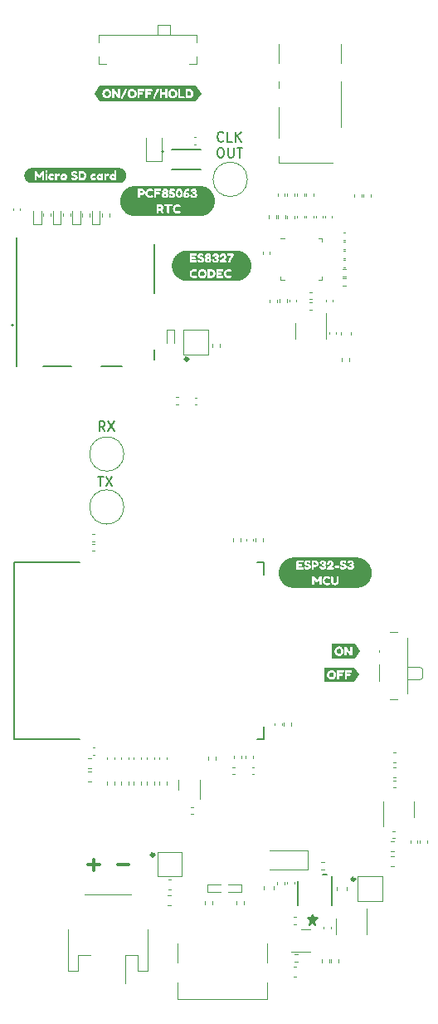
<source format=gbr>
%TF.GenerationSoftware,KiCad,Pcbnew,7.0.2-0*%
%TF.CreationDate,2023-08-13T19:48:24+08:00*%
%TF.ProjectId,Music_32_V2,4d757369-635f-4333-925f-56322e6b6963,rev?*%
%TF.SameCoordinates,Original*%
%TF.FileFunction,Legend,Top*%
%TF.FilePolarity,Positive*%
%FSLAX46Y46*%
G04 Gerber Fmt 4.6, Leading zero omitted, Abs format (unit mm)*
G04 Created by KiCad (PCBNEW 7.0.2-0) date 2023-08-13 19:48:24*
%MOMM*%
%LPD*%
G01*
G04 APERTURE LIST*
%ADD10C,0.150000*%
%ADD11C,0.300000*%
%ADD12C,0.120000*%
%ADD13C,0.127000*%
%ADD14C,0.200000*%
%ADD15C,0.100000*%
%ADD16C,0.308070*%
G04 APERTURE END LIST*
D10*
X162600000Y-149850000D02*
X162300000Y-150950000D01*
X162500000Y-150650000D02*
X162400000Y-150750000D01*
X162300000Y-150950000D02*
X163100000Y-150250000D01*
X162600000Y-150150000D02*
X162600000Y-150450000D01*
X162900000Y-150350000D02*
X162500000Y-150650000D01*
X162900000Y-150950000D02*
X162600000Y-149850000D01*
X162100000Y-150250000D02*
X162900000Y-150950000D01*
X162300000Y-150350000D02*
X162900000Y-150350000D01*
X162400000Y-150750000D02*
X162600000Y-150150000D01*
X163100000Y-150250000D02*
X162100000Y-150250000D01*
X162800000Y-150750000D02*
X162300000Y-150350000D01*
X141409523Y-100627619D02*
X141076190Y-100151428D01*
X140838095Y-100627619D02*
X140838095Y-99627619D01*
X140838095Y-99627619D02*
X141219047Y-99627619D01*
X141219047Y-99627619D02*
X141314285Y-99675238D01*
X141314285Y-99675238D02*
X141361904Y-99722857D01*
X141361904Y-99722857D02*
X141409523Y-99818095D01*
X141409523Y-99818095D02*
X141409523Y-99960952D01*
X141409523Y-99960952D02*
X141361904Y-100056190D01*
X141361904Y-100056190D02*
X141314285Y-100103809D01*
X141314285Y-100103809D02*
X141219047Y-100151428D01*
X141219047Y-100151428D02*
X140838095Y-100151428D01*
X141742857Y-99627619D02*
X142409523Y-100627619D01*
X142409523Y-99627619D02*
X141742857Y-100627619D01*
D11*
X143842857Y-144845000D02*
X142700000Y-144845000D01*
X140842857Y-144845000D02*
X139700000Y-144845000D01*
X140271428Y-145416428D02*
X140271428Y-144273571D01*
D10*
X153509523Y-71012380D02*
X153461904Y-71060000D01*
X153461904Y-71060000D02*
X153319047Y-71107619D01*
X153319047Y-71107619D02*
X153223809Y-71107619D01*
X153223809Y-71107619D02*
X153080952Y-71060000D01*
X153080952Y-71060000D02*
X152985714Y-70964761D01*
X152985714Y-70964761D02*
X152938095Y-70869523D01*
X152938095Y-70869523D02*
X152890476Y-70679047D01*
X152890476Y-70679047D02*
X152890476Y-70536190D01*
X152890476Y-70536190D02*
X152938095Y-70345714D01*
X152938095Y-70345714D02*
X152985714Y-70250476D01*
X152985714Y-70250476D02*
X153080952Y-70155238D01*
X153080952Y-70155238D02*
X153223809Y-70107619D01*
X153223809Y-70107619D02*
X153319047Y-70107619D01*
X153319047Y-70107619D02*
X153461904Y-70155238D01*
X153461904Y-70155238D02*
X153509523Y-70202857D01*
X154414285Y-71107619D02*
X153938095Y-71107619D01*
X153938095Y-71107619D02*
X153938095Y-70107619D01*
X154747619Y-71107619D02*
X154747619Y-70107619D01*
X155319047Y-71107619D02*
X154890476Y-70536190D01*
X155319047Y-70107619D02*
X154747619Y-70679047D01*
X153128571Y-71727619D02*
X153319047Y-71727619D01*
X153319047Y-71727619D02*
X153414285Y-71775238D01*
X153414285Y-71775238D02*
X153509523Y-71870476D01*
X153509523Y-71870476D02*
X153557142Y-72060952D01*
X153557142Y-72060952D02*
X153557142Y-72394285D01*
X153557142Y-72394285D02*
X153509523Y-72584761D01*
X153509523Y-72584761D02*
X153414285Y-72680000D01*
X153414285Y-72680000D02*
X153319047Y-72727619D01*
X153319047Y-72727619D02*
X153128571Y-72727619D01*
X153128571Y-72727619D02*
X153033333Y-72680000D01*
X153033333Y-72680000D02*
X152938095Y-72584761D01*
X152938095Y-72584761D02*
X152890476Y-72394285D01*
X152890476Y-72394285D02*
X152890476Y-72060952D01*
X152890476Y-72060952D02*
X152938095Y-71870476D01*
X152938095Y-71870476D02*
X153033333Y-71775238D01*
X153033333Y-71775238D02*
X153128571Y-71727619D01*
X153985714Y-71727619D02*
X153985714Y-72537142D01*
X153985714Y-72537142D02*
X154033333Y-72632380D01*
X154033333Y-72632380D02*
X154080952Y-72680000D01*
X154080952Y-72680000D02*
X154176190Y-72727619D01*
X154176190Y-72727619D02*
X154366666Y-72727619D01*
X154366666Y-72727619D02*
X154461904Y-72680000D01*
X154461904Y-72680000D02*
X154509523Y-72632380D01*
X154509523Y-72632380D02*
X154557142Y-72537142D01*
X154557142Y-72537142D02*
X154557142Y-71727619D01*
X154890476Y-71727619D02*
X155461904Y-71727619D01*
X155176190Y-72727619D02*
X155176190Y-71727619D01*
X140695238Y-105227619D02*
X141266666Y-105227619D01*
X140980952Y-106227619D02*
X140980952Y-105227619D01*
X141504762Y-105227619D02*
X142171428Y-106227619D01*
X142171428Y-105227619D02*
X141504762Y-106227619D01*
D12*
%TO.C,D1*%
X155360000Y-147600000D02*
X155360000Y-146800000D01*
X154000000Y-147600000D02*
X155360000Y-147600000D01*
X154000000Y-146800000D02*
X155360000Y-146800000D01*
%TO.C,C13*%
X139995580Y-134960000D02*
X139714420Y-134960000D01*
X139995580Y-133940000D02*
X139714420Y-133940000D01*
%TO.C,C2*%
X140357836Y-112810000D02*
X140142164Y-112810000D01*
X140357836Y-112090000D02*
X140142164Y-112090000D01*
%TO.C,C14*%
X157540000Y-82557836D02*
X157540000Y-82342164D01*
X158260000Y-82557836D02*
X158260000Y-82342164D01*
%TO.C,C47*%
X150720336Y-71360000D02*
X150504664Y-71360000D01*
X150720336Y-70640000D02*
X150504664Y-70640000D01*
%TO.C,U5*%
X160400000Y-153660000D02*
X162400000Y-153660000D01*
X161400000Y-151440000D02*
X162400000Y-151440000D01*
%TO.C,C37*%
X170809418Y-134877501D02*
X171090578Y-134877501D01*
X170809418Y-135897501D02*
X171090578Y-135897501D01*
%TO.C,U9*%
X151140000Y-138150000D02*
X151140000Y-136150000D01*
X148920000Y-137150000D02*
X148920000Y-136150000D01*
%TO.C,R14*%
X159215000Y-87488641D02*
X159215000Y-87181359D01*
X159975000Y-87488641D02*
X159975000Y-87181359D01*
%TO.C,C17*%
X165937836Y-81135000D02*
X165722164Y-81135000D01*
X165937836Y-80415000D02*
X165722164Y-80415000D01*
%TO.C,C7*%
X146410000Y-133842164D02*
X146410000Y-134057836D01*
X145690000Y-133842164D02*
X145690000Y-134057836D01*
%TO.C,U6*%
X168110000Y-151087500D02*
X168110000Y-149287500D01*
X168110000Y-151087500D02*
X168110000Y-151887500D01*
X164990000Y-151087500D02*
X164990000Y-150287500D01*
X164990000Y-151087500D02*
X164990000Y-151887500D01*
%TO.C,R34*%
X152420000Y-92028642D02*
X152420000Y-91721360D01*
X153180000Y-92028642D02*
X153180000Y-91721360D01*
%TO.C,R15*%
X167600000Y-76446359D02*
X167600000Y-76753641D01*
X166840000Y-76446359D02*
X166840000Y-76753641D01*
%TO.C,C25*%
X163940000Y-87407836D02*
X163940000Y-87192164D01*
X164660000Y-87407836D02*
X164660000Y-87192164D01*
D13*
%TO.C,J4*%
X132420000Y-94000000D02*
X132420000Y-80900000D01*
X135120000Y-94000000D02*
X138020000Y-94000000D01*
X141020000Y-94000000D02*
X143120000Y-94000000D01*
X146470000Y-93326000D02*
X146470000Y-92324000D01*
X146470000Y-86576000D02*
X146470000Y-81574000D01*
D14*
X132070000Y-89830000D02*
G75*
G03*
X132070000Y-89830000I-100000J0D01*
G01*
D12*
%TO.C,C33*%
X170792164Y-141389998D02*
X171007836Y-141389998D01*
X170792164Y-142109998D02*
X171007836Y-142109998D01*
%TO.C,BT1*%
X145780000Y-155640000D02*
X144760000Y-155640000D01*
X145780000Y-151390000D02*
X145780000Y-155640000D01*
X144760000Y-155640000D02*
X144760000Y-154040000D01*
X144760000Y-154040000D02*
X143480000Y-154040000D01*
X144060000Y-147820000D02*
X139380000Y-147820000D01*
X143480000Y-154040000D02*
X143480000Y-156930000D01*
X138680000Y-155640000D02*
X138680000Y-154040000D01*
X138680000Y-154040000D02*
X139960000Y-154040000D01*
X137660000Y-155640000D02*
X138680000Y-155640000D01*
X137660000Y-151390000D02*
X137660000Y-155640000D01*
%TO.C,C15*%
X165937836Y-82035000D02*
X165722164Y-82035000D01*
X165937836Y-81315000D02*
X165722164Y-81315000D01*
%TO.C,R24*%
X151620000Y-148843642D02*
X151620000Y-148536360D01*
X152380000Y-148843642D02*
X152380000Y-148536360D01*
%TO.C,C3*%
X143810000Y-133842164D02*
X143810000Y-134057836D01*
X143090000Y-133842164D02*
X143090000Y-134057836D01*
%TO.C,R9*%
X154550000Y-134003641D02*
X154550000Y-133696359D01*
X155310000Y-134003641D02*
X155310000Y-133696359D01*
%TO.C,C23*%
X163655000Y-78667164D02*
X163655000Y-78882836D01*
X162935000Y-78667164D02*
X162935000Y-78882836D01*
%TO.C,C38*%
X132040000Y-78107836D02*
X132040000Y-77892164D01*
X132760000Y-78107836D02*
X132760000Y-77892164D01*
%TO.C,R12*%
X158900000Y-78621359D02*
X158900000Y-78928641D01*
X158140000Y-78621359D02*
X158140000Y-78928641D01*
%TO.C,D10*%
X134100000Y-79510000D02*
X134900000Y-79510000D01*
X134100000Y-78150000D02*
X134100000Y-79510000D01*
X134900000Y-78150000D02*
X134900000Y-79510000D01*
%TO.C,C31*%
X170614417Y-142440000D02*
X170895577Y-142440000D01*
X170614417Y-143460000D02*
X170895577Y-143460000D01*
%TO.C,R39*%
X141880000Y-78416359D02*
X141880000Y-78723641D01*
X141120000Y-78416359D02*
X141120000Y-78723641D01*
%TO.C,C40*%
X163740000Y-151357836D02*
X163740000Y-151142164D01*
X164460000Y-151357836D02*
X164460000Y-151142164D01*
%TO.C,R27*%
X163520000Y-154793641D02*
X163520000Y-154486359D01*
X164280000Y-154793641D02*
X164280000Y-154486359D01*
%TO.C,R1*%
X146970000Y-136653641D02*
X146970000Y-136346359D01*
X147730000Y-136653641D02*
X147730000Y-136346359D01*
%TO.C,TP3*%
X155950000Y-74950000D02*
G75*
G03*
X155950000Y-74950000I-1750000J0D01*
G01*
%TO.C,C41*%
X165460000Y-90790580D02*
X165460000Y-90509420D01*
X166480000Y-90790580D02*
X166480000Y-90509420D01*
%TO.C,D2*%
X151840000Y-146800000D02*
X151840000Y-147600000D01*
X153200000Y-146800000D02*
X151840000Y-146800000D01*
X153200000Y-147600000D02*
X151840000Y-147600000D01*
%TO.C,R38*%
X139880000Y-78416359D02*
X139880000Y-78723641D01*
X139120000Y-78416359D02*
X139120000Y-78723641D01*
%TO.C,C6*%
X159460000Y-130382164D02*
X159460000Y-130597836D01*
X158740000Y-130382164D02*
X158740000Y-130597836D01*
%TO.C,C43*%
X173309998Y-142379665D02*
X173309998Y-142595337D01*
X172589998Y-142379665D02*
X172589998Y-142595337D01*
%TO.C,J2*%
X159120000Y-61130000D02*
X159120000Y-63080000D01*
X159120000Y-64980000D02*
X159120000Y-65680000D01*
X159120000Y-67580000D02*
X159120000Y-70680000D01*
X159120000Y-73280000D02*
X159120000Y-72580000D01*
X164620000Y-73280000D02*
X159120000Y-73280000D01*
X165520000Y-61130000D02*
X165520000Y-63080000D01*
X165520000Y-64980000D02*
X165520000Y-69630000D01*
%TO.C,R20*%
X161915000Y-76678641D02*
X161915000Y-76371359D01*
X162675000Y-76678641D02*
X162675000Y-76371359D01*
%TO.C,R25*%
X154870000Y-148853641D02*
X154870000Y-148546359D01*
X155630000Y-148853641D02*
X155630000Y-148546359D01*
%TO.C,kibuzzard-64D61F96*%
G36*
X150067994Y-65972194D02*
G01*
X150145940Y-66024105D01*
X150199756Y-66101734D01*
X150217695Y-66196190D01*
X150199280Y-66290329D01*
X150144035Y-66367005D01*
X150065930Y-66417964D01*
X149978935Y-66434950D01*
X149855745Y-66434950D01*
X149855745Y-65954890D01*
X149977665Y-65954890D01*
X150067994Y-65972194D01*
G37*
G36*
X141703139Y-65960922D02*
G01*
X141780450Y-66013310D01*
X141821019Y-66064957D01*
X141845361Y-66126763D01*
X141853475Y-66198730D01*
X141845432Y-66270556D01*
X141821302Y-66331939D01*
X141781085Y-66382880D01*
X141704250Y-66434315D01*
X141618525Y-66451460D01*
X141532641Y-66433839D01*
X141455330Y-66380975D01*
X141414761Y-66329258D01*
X141390419Y-66268086D01*
X141382305Y-66197460D01*
X141390348Y-66126834D01*
X141414478Y-66065662D01*
X141454695Y-66013945D01*
X141531530Y-65961081D01*
X141617255Y-65943460D01*
X141703139Y-65960922D01*
G37*
G36*
X144269809Y-65960922D02*
G01*
X144347120Y-66013310D01*
X144387689Y-66064957D01*
X144412031Y-66126763D01*
X144420145Y-66198730D01*
X144412102Y-66270556D01*
X144387972Y-66331939D01*
X144347755Y-66382880D01*
X144270920Y-66434315D01*
X144185195Y-66451460D01*
X144099311Y-66433839D01*
X144022000Y-66380975D01*
X143981431Y-66329258D01*
X143957089Y-66268086D01*
X143948975Y-66197460D01*
X143957018Y-66126834D01*
X143981148Y-66065662D01*
X144021365Y-66013945D01*
X144098200Y-65961081D01*
X144183925Y-65943460D01*
X144269809Y-65960922D01*
G37*
G36*
X148427789Y-65960922D02*
G01*
X148505100Y-66013310D01*
X148545669Y-66064957D01*
X148570011Y-66126763D01*
X148578125Y-66198730D01*
X148570082Y-66270556D01*
X148545952Y-66331939D01*
X148505735Y-66382880D01*
X148428900Y-66434315D01*
X148343175Y-66451460D01*
X148257291Y-66433839D01*
X148179980Y-66380975D01*
X148139411Y-66329258D01*
X148115069Y-66268086D01*
X148106955Y-66197460D01*
X148114998Y-66126834D01*
X148139128Y-66065662D01*
X148179345Y-66013945D01*
X148256180Y-65961081D01*
X148341905Y-65943460D01*
X148427789Y-65960922D01*
G37*
G36*
X151238211Y-66200000D02*
G01*
X150707068Y-66996713D01*
X150442485Y-66996713D01*
X149975125Y-66996713D01*
X149454425Y-66996713D01*
X148345715Y-66996713D01*
X147686585Y-66996713D01*
X146448335Y-66996713D01*
X145648235Y-66996713D01*
X144839245Y-66996713D01*
X144187735Y-66996713D01*
X143178085Y-66996713D01*
X142860585Y-66996713D01*
X141621065Y-66996713D01*
X141157515Y-66996713D01*
X140892932Y-66996713D01*
X140364329Y-66203810D01*
X141157515Y-66203810D01*
X141165968Y-66296996D01*
X141191329Y-66383515D01*
X141233596Y-66463366D01*
X141292770Y-66536550D01*
X141364009Y-66597669D01*
X141442471Y-66641325D01*
X141528157Y-66667519D01*
X141621065Y-66676250D01*
X141713775Y-66667400D01*
X141798865Y-66640849D01*
X141876335Y-66596597D01*
X141931150Y-66547980D01*
X142160815Y-66547980D01*
X142162720Y-66592430D01*
X142174785Y-66626720D01*
X142207805Y-66652438D01*
X142271305Y-66661010D01*
X142336710Y-66652438D01*
X142370365Y-66626720D01*
X142382430Y-66593700D01*
X142384335Y-66549250D01*
X142384335Y-66131420D01*
X142419824Y-66177704D01*
X142466179Y-66238664D01*
X142523400Y-66314300D01*
X142591486Y-66404611D01*
X142670438Y-66509598D01*
X142760255Y-66629260D01*
X142792005Y-66653390D01*
X142860585Y-66661010D01*
X142925990Y-66652438D01*
X142933054Y-66647040D01*
X143043465Y-66647040D01*
X143058070Y-66679425D01*
X143114585Y-66713080D01*
X143178085Y-66732130D01*
X143213010Y-66722605D01*
X143232060Y-66702920D01*
X143247935Y-66671170D01*
X143472856Y-66203810D01*
X143724185Y-66203810D01*
X143732638Y-66296996D01*
X143757999Y-66383515D01*
X143800266Y-66463366D01*
X143859440Y-66536550D01*
X143930679Y-66597669D01*
X144009141Y-66641325D01*
X144094827Y-66667519D01*
X144187735Y-66676250D01*
X144280445Y-66667400D01*
X144365535Y-66640849D01*
X144443005Y-66596597D01*
X144497820Y-66547980D01*
X144727485Y-66547980D01*
X144735105Y-66612750D01*
X144768760Y-66648945D01*
X144839245Y-66661010D01*
X144904650Y-66652438D01*
X144938305Y-66626720D01*
X144950370Y-66593700D01*
X144952275Y-66549250D01*
X144952275Y-66547980D01*
X145536475Y-66547980D01*
X145544095Y-66612750D01*
X145577750Y-66648945D01*
X145648235Y-66661010D01*
X145713640Y-66652438D01*
X145720704Y-66647040D01*
X146313715Y-66647040D01*
X146328320Y-66679425D01*
X146384835Y-66713080D01*
X146448335Y-66732130D01*
X146483260Y-66722605D01*
X146502310Y-66702920D01*
X146518185Y-66671170D01*
X146578083Y-66546710D01*
X147013485Y-66546710D01*
X147021105Y-66612750D01*
X147054760Y-66647992D01*
X147125245Y-66659740D01*
X147190650Y-66651168D01*
X147224305Y-66625450D01*
X147236370Y-66591795D01*
X147238275Y-66547980D01*
X147238275Y-66288900D01*
X147574825Y-66288900D01*
X147574825Y-66546710D01*
X147582445Y-66612750D01*
X147616100Y-66647992D01*
X147686585Y-66659740D01*
X147751990Y-66651168D01*
X147785645Y-66625450D01*
X147797710Y-66591795D01*
X147799615Y-66547980D01*
X147799615Y-66203810D01*
X147882165Y-66203810D01*
X147890618Y-66296996D01*
X147915979Y-66383515D01*
X147958246Y-66463366D01*
X148017420Y-66536550D01*
X148088659Y-66597669D01*
X148167121Y-66641325D01*
X148252807Y-66667519D01*
X148345715Y-66676250D01*
X148438425Y-66667400D01*
X148523515Y-66640849D01*
X148600985Y-66596597D01*
X148655800Y-66547980D01*
X148885465Y-66547980D01*
X148893085Y-66612750D01*
X148926740Y-66648945D01*
X148997225Y-66661010D01*
X149454425Y-66661010D01*
X149520465Y-66648310D01*
X149542055Y-66620370D01*
X149548405Y-66566395D01*
X149546089Y-66546710D01*
X149630955Y-66546710D01*
X149646195Y-66627990D01*
X149679850Y-66651803D01*
X149742715Y-66659740D01*
X149975125Y-66659740D01*
X150068668Y-66651088D01*
X150154989Y-66625132D01*
X150234086Y-66581873D01*
X150305960Y-66521310D01*
X150365690Y-66448642D01*
X150408354Y-66369069D01*
X150433952Y-66282590D01*
X150442485Y-66189205D01*
X150433754Y-66096178D01*
X150407560Y-66010770D01*
X150363904Y-65932982D01*
X150302785Y-65862815D01*
X150230157Y-65804752D01*
X150151973Y-65763279D01*
X150068232Y-65738395D01*
X149978935Y-65730100D01*
X149743985Y-65728830D01*
X149678580Y-65737402D01*
X149644925Y-65763120D01*
X149632860Y-65796140D01*
X149630955Y-65840590D01*
X149630955Y-66546710D01*
X149546089Y-66546710D01*
X149542055Y-66512420D01*
X149516655Y-66482575D01*
X149455695Y-66473050D01*
X149110255Y-66473050D01*
X149110255Y-65843130D01*
X149103905Y-65777090D01*
X149069298Y-65741848D01*
X148998495Y-65730100D01*
X148933090Y-65738672D01*
X148899435Y-65764390D01*
X148887370Y-65798045D01*
X148885465Y-65841860D01*
X148885465Y-66547980D01*
X148655800Y-66547980D01*
X148670835Y-66534645D01*
X148728620Y-66460112D01*
X148769895Y-66378117D01*
X148794660Y-66288662D01*
X148802915Y-66191745D01*
X148794263Y-66095185D01*
X148768308Y-66006801D01*
X148725048Y-65926593D01*
X148664485Y-65854560D01*
X148592174Y-65795108D01*
X148513673Y-65752642D01*
X148428979Y-65727163D01*
X148338095Y-65718670D01*
X148251735Y-65727560D01*
X148167915Y-65754230D01*
X148090128Y-65796458D01*
X148021865Y-65852020D01*
X147964715Y-65921711D01*
X147920265Y-66006325D01*
X147891690Y-66101734D01*
X147882165Y-66203810D01*
X147799615Y-66203810D01*
X147799615Y-65843130D01*
X147793265Y-65777090D01*
X147775485Y-65751690D01*
X147742465Y-65736450D01*
X147684045Y-65730100D01*
X147623085Y-65737720D01*
X147588795Y-65764390D01*
X147576730Y-65798045D01*
X147574825Y-65841860D01*
X147574825Y-66102210D01*
X147238275Y-66102210D01*
X147238275Y-65843130D01*
X147231925Y-65777090D01*
X147197318Y-65741848D01*
X147126515Y-65730100D01*
X147061110Y-65738672D01*
X147027455Y-65764390D01*
X147015390Y-65798045D01*
X147013485Y-65841860D01*
X147013485Y-66546710D01*
X146578083Y-66546710D01*
X146925855Y-65824080D01*
X146943635Y-65760580D01*
X146926490Y-65722797D01*
X146875055Y-65688190D01*
X146810920Y-65667870D01*
X146781075Y-65672950D01*
X146737895Y-65728830D01*
X146328955Y-66583540D01*
X146313715Y-66647040D01*
X145720704Y-66647040D01*
X145747295Y-66626720D01*
X145759360Y-66593700D01*
X145761265Y-66549250D01*
X145761265Y-66309220D01*
X146010185Y-66309220D01*
X146074955Y-66302870D01*
X146111150Y-66268263D01*
X146123215Y-66197460D01*
X146114960Y-66131738D01*
X146090195Y-66097130D01*
X146056540Y-66085065D01*
X146011455Y-66083160D01*
X145761265Y-66083160D01*
X145761265Y-65954890D01*
X146149885Y-65954890D01*
X146194970Y-65952985D01*
X146228625Y-65941555D01*
X146255295Y-65907900D01*
X146262915Y-65843130D01*
X146255295Y-65778360D01*
X146229260Y-65744070D01*
X146196240Y-65732005D01*
X146152425Y-65730100D01*
X145652045Y-65730100D01*
X145560605Y-65753595D01*
X145536475Y-65841860D01*
X145536475Y-66547980D01*
X144952275Y-66547980D01*
X144952275Y-66309220D01*
X145201195Y-66309220D01*
X145265965Y-66302870D01*
X145302160Y-66268263D01*
X145314225Y-66197460D01*
X145305970Y-66131738D01*
X145281205Y-66097130D01*
X145247550Y-66085065D01*
X145202465Y-66083160D01*
X144952275Y-66083160D01*
X144952275Y-65954890D01*
X145340895Y-65954890D01*
X145385980Y-65952985D01*
X145419635Y-65941555D01*
X145446305Y-65907900D01*
X145453925Y-65843130D01*
X145446305Y-65778360D01*
X145420270Y-65744070D01*
X145387250Y-65732005D01*
X145343435Y-65730100D01*
X144843055Y-65730100D01*
X144751615Y-65753595D01*
X144727485Y-65841860D01*
X144727485Y-66547980D01*
X144497820Y-66547980D01*
X144512855Y-66534645D01*
X144570640Y-66460112D01*
X144611915Y-66378117D01*
X144636680Y-66288662D01*
X144644935Y-66191745D01*
X144636283Y-66095185D01*
X144610327Y-66006801D01*
X144567068Y-65926593D01*
X144506505Y-65854560D01*
X144434194Y-65795108D01*
X144355693Y-65752642D01*
X144270999Y-65727163D01*
X144180115Y-65718670D01*
X144093755Y-65727560D01*
X144009935Y-65754230D01*
X143932148Y-65796458D01*
X143863885Y-65852020D01*
X143806735Y-65921711D01*
X143762285Y-66006325D01*
X143733710Y-66101734D01*
X143724185Y-66203810D01*
X143472856Y-66203810D01*
X143655605Y-65824080D01*
X143673385Y-65760580D01*
X143656240Y-65722797D01*
X143604805Y-65688190D01*
X143540670Y-65667870D01*
X143510825Y-65672950D01*
X143467645Y-65728830D01*
X143058705Y-66583540D01*
X143043465Y-66647040D01*
X142933054Y-66647040D01*
X142959645Y-66626720D01*
X142971710Y-66593700D01*
X142973615Y-66549250D01*
X142973615Y-65844400D01*
X142965995Y-65779630D01*
X142950120Y-65752960D01*
X142917100Y-65737720D01*
X142858680Y-65731370D01*
X142798355Y-65738990D01*
X142762160Y-65768835D01*
X142750095Y-65839320D01*
X142750095Y-66268580D01*
X142715099Y-66222754D01*
X142670226Y-66163170D01*
X142615475Y-66089827D01*
X142550846Y-66002727D01*
X142476339Y-65901867D01*
X142391955Y-65787250D01*
X142362745Y-65754230D01*
X142331630Y-65738355D01*
X142271305Y-65731370D01*
X142209075Y-65738990D01*
X142172880Y-65768835D01*
X142160815Y-65839320D01*
X142160815Y-66547980D01*
X141931150Y-66547980D01*
X141946185Y-66534645D01*
X142003970Y-66460112D01*
X142045245Y-66378117D01*
X142070010Y-66288662D01*
X142078265Y-66191745D01*
X142069613Y-66095185D01*
X142043658Y-66006801D01*
X142000398Y-65926593D01*
X141939835Y-65854560D01*
X141867524Y-65795108D01*
X141789023Y-65752642D01*
X141704329Y-65727163D01*
X141613445Y-65718670D01*
X141527085Y-65727560D01*
X141443265Y-65754230D01*
X141365477Y-65796458D01*
X141297215Y-65852020D01*
X141240065Y-65921711D01*
X141195615Y-66006325D01*
X141167040Y-66101734D01*
X141157515Y-66203810D01*
X140364329Y-66203810D01*
X140361789Y-66200000D01*
X140892932Y-65403287D01*
X141157515Y-65403287D01*
X150442485Y-65403287D01*
X150707068Y-65403287D01*
X151238211Y-66200000D01*
G37*
%TO.C,R13*%
X160800000Y-78646359D02*
X160800000Y-78953641D01*
X160040000Y-78646359D02*
X160040000Y-78953641D01*
%TO.C,R17*%
X167810000Y-76753641D02*
X167810000Y-76446359D01*
X168570000Y-76753641D02*
X168570000Y-76446359D01*
%TO.C,C21*%
X161755000Y-78667164D02*
X161755000Y-78882836D01*
X161035000Y-78667164D02*
X161035000Y-78882836D01*
%TO.C,kibuzzard-64D61F3E*%
G36*
X164628468Y-125213462D02*
G01*
X164705779Y-125265850D01*
X164746348Y-125317497D01*
X164770690Y-125379303D01*
X164778804Y-125451270D01*
X164770761Y-125523096D01*
X164746631Y-125584479D01*
X164706414Y-125635420D01*
X164629579Y-125686855D01*
X164543854Y-125704000D01*
X164457970Y-125686379D01*
X164380659Y-125633515D01*
X164340089Y-125581798D01*
X164315748Y-125520626D01*
X164307634Y-125450000D01*
X164315677Y-125379374D01*
X164339807Y-125318202D01*
X164380024Y-125266485D01*
X164456859Y-125213621D01*
X164542584Y-125196000D01*
X164628468Y-125213462D01*
G37*
G36*
X167381739Y-125450000D02*
G01*
X166886157Y-126193373D01*
X166621574Y-126193373D01*
X166006894Y-126193373D01*
X165197904Y-126193373D01*
X164546394Y-126193373D01*
X164082844Y-126193373D01*
X163818261Y-126193373D01*
X163818261Y-125456350D01*
X164082844Y-125456350D01*
X164091297Y-125549536D01*
X164116658Y-125636055D01*
X164158925Y-125715906D01*
X164218099Y-125789090D01*
X164289338Y-125850209D01*
X164367800Y-125893865D01*
X164453485Y-125920059D01*
X164546394Y-125928790D01*
X164639104Y-125919940D01*
X164724194Y-125893389D01*
X164801664Y-125849137D01*
X164856479Y-125800520D01*
X165086144Y-125800520D01*
X165093764Y-125865290D01*
X165127419Y-125901485D01*
X165197904Y-125913550D01*
X165263309Y-125904978D01*
X165296964Y-125879260D01*
X165309029Y-125846240D01*
X165310934Y-125801790D01*
X165310934Y-125800520D01*
X165895134Y-125800520D01*
X165902754Y-125865290D01*
X165936409Y-125901485D01*
X166006894Y-125913550D01*
X166072299Y-125904978D01*
X166105954Y-125879260D01*
X166118019Y-125846240D01*
X166119924Y-125801790D01*
X166119924Y-125561760D01*
X166368844Y-125561760D01*
X166433614Y-125555410D01*
X166469809Y-125520803D01*
X166481874Y-125450000D01*
X166473619Y-125384278D01*
X166448854Y-125349670D01*
X166415199Y-125337605D01*
X166370114Y-125335700D01*
X166119924Y-125335700D01*
X166119924Y-125207430D01*
X166508544Y-125207430D01*
X166553629Y-125205525D01*
X166587284Y-125194095D01*
X166613954Y-125160440D01*
X166621574Y-125095670D01*
X166613954Y-125030900D01*
X166587919Y-124996610D01*
X166554899Y-124984545D01*
X166511084Y-124982640D01*
X166010704Y-124982640D01*
X165919264Y-125006135D01*
X165895134Y-125094400D01*
X165895134Y-125800520D01*
X165310934Y-125800520D01*
X165310934Y-125561760D01*
X165559854Y-125561760D01*
X165624624Y-125555410D01*
X165660819Y-125520803D01*
X165672884Y-125450000D01*
X165664629Y-125384278D01*
X165639864Y-125349670D01*
X165606209Y-125337605D01*
X165561124Y-125335700D01*
X165310934Y-125335700D01*
X165310934Y-125207430D01*
X165699554Y-125207430D01*
X165744639Y-125205525D01*
X165778294Y-125194095D01*
X165804964Y-125160440D01*
X165812584Y-125095670D01*
X165804964Y-125030900D01*
X165778929Y-124996610D01*
X165745909Y-124984545D01*
X165702094Y-124982640D01*
X165201714Y-124982640D01*
X165110274Y-125006135D01*
X165086144Y-125094400D01*
X165086144Y-125800520D01*
X164856479Y-125800520D01*
X164871514Y-125787185D01*
X164929299Y-125712652D01*
X164970574Y-125630658D01*
X164995339Y-125541202D01*
X165003594Y-125444285D01*
X164994942Y-125347725D01*
X164968986Y-125259341D01*
X164925727Y-125179133D01*
X164865164Y-125107100D01*
X164792853Y-125047648D01*
X164714351Y-125005182D01*
X164629658Y-124979703D01*
X164538774Y-124971210D01*
X164452414Y-124980100D01*
X164368594Y-125006770D01*
X164290806Y-125048997D01*
X164222544Y-125104560D01*
X164165394Y-125174251D01*
X164120944Y-125258865D01*
X164092369Y-125354274D01*
X164082844Y-125456350D01*
X163818261Y-125456350D01*
X163818261Y-124706627D01*
X164082844Y-124706627D01*
X166621574Y-124706627D01*
X166886157Y-124706627D01*
X167381739Y-125450000D01*
G37*
%TO.C,C27*%
X160040000Y-76632836D02*
X160040000Y-76417164D01*
X160760000Y-76632836D02*
X160760000Y-76417164D01*
D13*
%TO.C,U2*%
X132150000Y-132000000D02*
X132150000Y-114000000D01*
X138870000Y-132000000D02*
X132150000Y-132000000D01*
X156920000Y-132000000D02*
X157650000Y-132000000D01*
X157650000Y-132000000D02*
X157650000Y-130755000D01*
X132150000Y-114000000D02*
X138870000Y-114000000D01*
X156920000Y-114000000D02*
X157650000Y-114000000D01*
X157650000Y-114000000D02*
X157650000Y-115245000D01*
D12*
%TO.C,R11*%
X159850000Y-78621359D02*
X159850000Y-78928641D01*
X159090000Y-78621359D02*
X159090000Y-78928641D01*
%TO.C,C9*%
X140362836Y-133610000D02*
X140147164Y-133610000D01*
X140362836Y-132890000D02*
X140147164Y-132890000D01*
%TO.C,R26*%
X160756359Y-153970000D02*
X161063641Y-153970000D01*
X160756359Y-154730000D02*
X161063641Y-154730000D01*
%TO.C,kibuzzard-64D61D91*%
G36*
X152024645Y-83065583D02*
G01*
X152053220Y-83130988D01*
X152025280Y-83196393D01*
X151941460Y-83226873D01*
X151856370Y-83196393D01*
X151827160Y-83130353D01*
X151856370Y-83064948D01*
X151940825Y-83035103D01*
X152024645Y-83065583D01*
G37*
G36*
X152003690Y-82711888D02*
G01*
X152025280Y-82759513D01*
X152004325Y-82807773D01*
X151942095Y-82830633D01*
X151878595Y-82807773D01*
X151856370Y-82758878D01*
X151876690Y-82711253D01*
X151939555Y-82689663D01*
X152003690Y-82711888D01*
G37*
G36*
X152319870Y-84332586D02*
G01*
X152396664Y-84383730D01*
X152449685Y-84460212D01*
X152467359Y-84553272D01*
X152449216Y-84646019D01*
X152394787Y-84721563D01*
X152317836Y-84771768D01*
X152232127Y-84788503D01*
X152110758Y-84788503D01*
X152110758Y-84315538D01*
X152230876Y-84315538D01*
X152319870Y-84332586D01*
G37*
G36*
X151438377Y-84321481D02*
G01*
X151514546Y-84373095D01*
X151554516Y-84423978D01*
X151578498Y-84484871D01*
X151586492Y-84555774D01*
X151578567Y-84626538D01*
X151554794Y-84687015D01*
X151515171Y-84737203D01*
X151439472Y-84787878D01*
X151355014Y-84804769D01*
X151270399Y-84787409D01*
X151194230Y-84735326D01*
X151140271Y-84655404D01*
X151122285Y-84554523D01*
X151140115Y-84453643D01*
X151193605Y-84373720D01*
X151269304Y-84321638D01*
X151353762Y-84304277D01*
X151438377Y-84321481D01*
G37*
G36*
X154888957Y-82211035D02*
G01*
X154964380Y-82216599D01*
X155039438Y-82225856D01*
X155113952Y-82238786D01*
X155187742Y-82255356D01*
X155260630Y-82275527D01*
X155332440Y-82299249D01*
X155403000Y-82326467D01*
X155472139Y-82357115D01*
X155539691Y-82391117D01*
X155605493Y-82428394D01*
X155669387Y-82468854D01*
X155731219Y-82512401D01*
X155790839Y-82558930D01*
X155848105Y-82608327D01*
X155902878Y-82660475D01*
X155955026Y-82715248D01*
X156004423Y-82772514D01*
X156050952Y-82832134D01*
X156094499Y-82893966D01*
X156134959Y-82957860D01*
X156172235Y-83023662D01*
X156206238Y-83091214D01*
X156236886Y-83160353D01*
X156264104Y-83230913D01*
X156287826Y-83302723D01*
X156307997Y-83375611D01*
X156324567Y-83449401D01*
X156337497Y-83523915D01*
X156346754Y-83598973D01*
X156352318Y-83674396D01*
X156354174Y-83750000D01*
X156352318Y-83825604D01*
X156346754Y-83901027D01*
X156337497Y-83976085D01*
X156324567Y-84050599D01*
X156307997Y-84124389D01*
X156287826Y-84197277D01*
X156264104Y-84269087D01*
X156236886Y-84339647D01*
X156206238Y-84408786D01*
X156172235Y-84476338D01*
X156134959Y-84542140D01*
X156094499Y-84606034D01*
X156050952Y-84667866D01*
X156004423Y-84727486D01*
X155955026Y-84784752D01*
X155902878Y-84839525D01*
X155848105Y-84891673D01*
X155790839Y-84941070D01*
X155731219Y-84987599D01*
X155669387Y-85031146D01*
X155605493Y-85071606D01*
X155539691Y-85108883D01*
X155472139Y-85142885D01*
X155403000Y-85173533D01*
X155332440Y-85200751D01*
X155260630Y-85224473D01*
X155187742Y-85244644D01*
X155113952Y-85261214D01*
X155039438Y-85274144D01*
X154964380Y-85283401D01*
X154888957Y-85288965D01*
X154813353Y-85290821D01*
X154548770Y-85290821D01*
X154028270Y-85290821D01*
X153375753Y-85290821D01*
X152693300Y-85290821D01*
X152228373Y-85290821D01*
X151357516Y-85290821D01*
X150529826Y-85290821D01*
X150051230Y-85290821D01*
X149786647Y-85290821D01*
X149711043Y-85288965D01*
X149635620Y-85283401D01*
X149560562Y-85274144D01*
X149486048Y-85261214D01*
X149412258Y-85244644D01*
X149339370Y-85224473D01*
X149267560Y-85200751D01*
X149197001Y-85173533D01*
X149127861Y-85142885D01*
X149060309Y-85108883D01*
X148994507Y-85071606D01*
X148930613Y-85031146D01*
X148868781Y-84987599D01*
X148809161Y-84941071D01*
X148751895Y-84891673D01*
X148697122Y-84839525D01*
X148644974Y-84784752D01*
X148595577Y-84727486D01*
X148549048Y-84667866D01*
X148505501Y-84606034D01*
X148468921Y-84548267D01*
X150051230Y-84548267D01*
X150059520Y-84642266D01*
X150084388Y-84729070D01*
X150122081Y-84804769D01*
X150168846Y-84865454D01*
X150223431Y-84914565D01*
X150284585Y-84955543D01*
X150348085Y-84987136D01*
X150409708Y-85008095D01*
X150470080Y-85019825D01*
X150529826Y-85023735D01*
X150590355Y-85018730D01*
X150653073Y-85003715D01*
X150737531Y-84971183D01*
X150780698Y-84944907D01*
X150820112Y-84913627D01*
X150837004Y-84869833D01*
X150809477Y-84799764D01*
X150765996Y-84747213D01*
X150725644Y-84729696D01*
X150665585Y-84754720D01*
X150643063Y-84770986D01*
X150593639Y-84791006D01*
X150520442Y-84801016D01*
X150439425Y-84787252D01*
X150361536Y-84745962D01*
X150297723Y-84667134D01*
X150278955Y-84613800D01*
X150273417Y-84560779D01*
X150900817Y-84560779D01*
X150909145Y-84652588D01*
X150934131Y-84737829D01*
X150975773Y-84816500D01*
X151034073Y-84888602D01*
X151104259Y-84948817D01*
X151181562Y-84991829D01*
X151265981Y-85017635D01*
X151357516Y-85026237D01*
X151448856Y-85017518D01*
X151532689Y-84991359D01*
X151609014Y-84947762D01*
X151664429Y-84898612D01*
X151889290Y-84898612D01*
X151904304Y-84978691D01*
X151937462Y-85002151D01*
X151999398Y-85009971D01*
X152228373Y-85009971D01*
X152320534Y-85001447D01*
X152405579Y-84975875D01*
X152483507Y-84933255D01*
X152523136Y-84899863D01*
X152770157Y-84899863D01*
X152777664Y-84963676D01*
X152810822Y-84999336D01*
X152880265Y-85011223D01*
X153375753Y-85011223D01*
X153440817Y-85003715D01*
X153475538Y-84970558D01*
X153487112Y-84901114D01*
X153478666Y-84836676D01*
X153453329Y-84803518D01*
X153420171Y-84791631D01*
X153377004Y-84789755D01*
X152991625Y-84789755D01*
X152991625Y-84663380D01*
X153236866Y-84663380D01*
X153301930Y-84655873D01*
X153337590Y-84622715D01*
X153349477Y-84553272D01*
X153348821Y-84548267D01*
X153549674Y-84548267D01*
X153557963Y-84642266D01*
X153582831Y-84729070D01*
X153620525Y-84804769D01*
X153667290Y-84865454D01*
X153721875Y-84914565D01*
X153783028Y-84955543D01*
X153846528Y-84987136D01*
X153908152Y-85008095D01*
X153968524Y-85019825D01*
X154028270Y-85023735D01*
X154088798Y-85018730D01*
X154151516Y-85003715D01*
X154235974Y-84971183D01*
X154279142Y-84944907D01*
X154318556Y-84913627D01*
X154335447Y-84869833D01*
X154307920Y-84799764D01*
X154264440Y-84747213D01*
X154224088Y-84729696D01*
X154164028Y-84754720D01*
X154141506Y-84770986D01*
X154092083Y-84791006D01*
X154018886Y-84801016D01*
X153937868Y-84787252D01*
X153859979Y-84745962D01*
X153796166Y-84667134D01*
X153777398Y-84613800D01*
X153771142Y-84553897D01*
X153777398Y-84493995D01*
X153796166Y-84440661D01*
X153858728Y-84363085D01*
X153938181Y-84320856D01*
X154018886Y-84306779D01*
X154097713Y-84317415D01*
X154159024Y-84349321D01*
X154222836Y-84376848D01*
X154264127Y-84359957D01*
X154310423Y-84309282D01*
X154336698Y-84239838D01*
X154304166Y-84180405D01*
X154269132Y-84157883D01*
X154239102Y-84140365D01*
X154147137Y-84103454D01*
X154118240Y-84096924D01*
X154086921Y-84089847D01*
X154027644Y-84085311D01*
X153945202Y-84092819D01*
X153863038Y-84115341D01*
X153781152Y-84152878D01*
X153722000Y-84190657D01*
X153719685Y-84192135D01*
X153665413Y-84239838D01*
X153619274Y-84298646D01*
X153582206Y-84371218D01*
X153557807Y-84455207D01*
X153549674Y-84548267D01*
X153348821Y-84548267D01*
X153341031Y-84488833D01*
X153315693Y-84455676D01*
X153282536Y-84443789D01*
X153239368Y-84441912D01*
X152991625Y-84441912D01*
X152991625Y-84315538D01*
X153375753Y-84315538D01*
X153440817Y-84308030D01*
X153475538Y-84274873D01*
X153487112Y-84205430D01*
X153478666Y-84140991D01*
X153453329Y-84107833D01*
X153420171Y-84095947D01*
X153377004Y-84094070D01*
X152884019Y-84094070D01*
X152793930Y-84117218D01*
X152770157Y-84204178D01*
X152770157Y-84899863D01*
X152523136Y-84899863D01*
X152554319Y-84873587D01*
X152613166Y-84801993D01*
X152655200Y-84723596D01*
X152680420Y-84638395D01*
X152688826Y-84546390D01*
X152680224Y-84454737D01*
X152654418Y-84370592D01*
X152611407Y-84293954D01*
X152551191Y-84224824D01*
X152479636Y-84167619D01*
X152402607Y-84126758D01*
X152320104Y-84102242D01*
X152232127Y-84094070D01*
X152000649Y-84092819D01*
X151940190Y-84100743D01*
X151936211Y-84101264D01*
X151903053Y-84126602D01*
X151891166Y-84159134D01*
X151889290Y-84202927D01*
X151889290Y-84898612D01*
X151664429Y-84898612D01*
X151677831Y-84886725D01*
X151734762Y-84813293D01*
X151775427Y-84732511D01*
X151799826Y-84644377D01*
X151807960Y-84548893D01*
X151799435Y-84453760D01*
X151773863Y-84366682D01*
X151731243Y-84287659D01*
X151671575Y-84216691D01*
X151600333Y-84158117D01*
X151522992Y-84116279D01*
X151439550Y-84091176D01*
X151350009Y-84082809D01*
X151264925Y-84091567D01*
X151199780Y-84112296D01*
X151182344Y-84117843D01*
X151105706Y-84159447D01*
X151038452Y-84214188D01*
X150982147Y-84282849D01*
X150938354Y-84366213D01*
X150910201Y-84460212D01*
X150900817Y-84560779D01*
X150273417Y-84560779D01*
X150272698Y-84553897D01*
X150278955Y-84493995D01*
X150297723Y-84440661D01*
X150360285Y-84363085D01*
X150439738Y-84320856D01*
X150520442Y-84306779D01*
X150599270Y-84317415D01*
X150660580Y-84349321D01*
X150724393Y-84376848D01*
X150765684Y-84359957D01*
X150811979Y-84309282D01*
X150838255Y-84239838D01*
X150805723Y-84180405D01*
X150770689Y-84157883D01*
X150740659Y-84140365D01*
X150685430Y-84118199D01*
X150648693Y-84103454D01*
X150588478Y-84089847D01*
X150529201Y-84085311D01*
X150446759Y-84092819D01*
X150364594Y-84115341D01*
X150282708Y-84152878D01*
X150221242Y-84192135D01*
X150166969Y-84239838D01*
X150120830Y-84298646D01*
X150083762Y-84371218D01*
X150059363Y-84455207D01*
X150051230Y-84548267D01*
X148468921Y-84548267D01*
X148465041Y-84542140D01*
X148427765Y-84476338D01*
X148393762Y-84408786D01*
X148363114Y-84339647D01*
X148335896Y-84269087D01*
X148312174Y-84197277D01*
X148292003Y-84124389D01*
X148275433Y-84050599D01*
X148262503Y-83976085D01*
X148253246Y-83901027D01*
X148247682Y-83825604D01*
X148245826Y-83750000D01*
X148247682Y-83674396D01*
X148253246Y-83598973D01*
X148262503Y-83523915D01*
X148275433Y-83449401D01*
X148292003Y-83375611D01*
X148309968Y-83310693D01*
X150070750Y-83310693D01*
X150078370Y-83375463D01*
X150112025Y-83411658D01*
X150182510Y-83423723D01*
X150685430Y-83423723D01*
X150751470Y-83416103D01*
X150786712Y-83382448D01*
X150798460Y-83311963D01*
X150789887Y-83246558D01*
X150769507Y-83219888D01*
X150861960Y-83219888D01*
X150894980Y-83292913D01*
X150906410Y-83306883D01*
X150943240Y-83345618D01*
X151000390Y-83385623D01*
X151086750Y-83421818D01*
X151141677Y-83432771D01*
X151199780Y-83436423D01*
X151276121Y-83428944D01*
X151349357Y-83406507D01*
X151419490Y-83369113D01*
X151467750Y-83327679D01*
X151505850Y-83271958D01*
X151530615Y-83204171D01*
X151538870Y-83126543D01*
X151538735Y-83125273D01*
X151602370Y-83125273D01*
X151613870Y-83214596D01*
X151648372Y-83291219D01*
X151705875Y-83355143D01*
X151777912Y-83403120D01*
X151856017Y-83431907D01*
X151940190Y-83441503D01*
X152024362Y-83431836D01*
X152102467Y-83402838D01*
X152174505Y-83354508D01*
X152232007Y-83290373D01*
X152266509Y-83213961D01*
X152275210Y-83146863D01*
X152341510Y-83146863D01*
X152355480Y-83215443D01*
X152358020Y-83228143D01*
X152371990Y-83261163D01*
X152403422Y-83311645D01*
X152439300Y-83351333D01*
X152512677Y-83400721D01*
X152597344Y-83430355D01*
X152693300Y-83440233D01*
X152789961Y-83430425D01*
X152875051Y-83401004D01*
X152948570Y-83351968D01*
X152983778Y-83311963D01*
X153113670Y-83311963D01*
X153146690Y-83391973D01*
X153225430Y-83426263D01*
X153722000Y-83426263D01*
X153800740Y-83411023D01*
X153828045Y-83378003D01*
X153836300Y-83313868D01*
X153828680Y-83249098D01*
X153798835Y-83212268D01*
X153724540Y-83200203D01*
X153492130Y-83200203D01*
X153492130Y-83193853D01*
X153523880Y-83181153D01*
X153602620Y-83138290D01*
X153691520Y-83068123D01*
X153732795Y-83022403D01*
X153767720Y-82963983D01*
X153791532Y-82897308D01*
X153799470Y-82826823D01*
X153788886Y-82739545D01*
X153757136Y-82658900D01*
X153719202Y-82605843D01*
X153874400Y-82605843D01*
X153882020Y-82669343D01*
X153912500Y-82706173D01*
X153986160Y-82718873D01*
X154275720Y-82718873D01*
X154247780Y-82776658D01*
X154216982Y-82822060D01*
X154180470Y-82875718D01*
X154141100Y-82936201D01*
X154101730Y-83002083D01*
X154065217Y-83075266D01*
X154034420Y-83157658D01*
X154013465Y-83243541D01*
X154006480Y-83327203D01*
X154008385Y-83369748D01*
X154020450Y-83398323D01*
X154054105Y-83418643D01*
X154118240Y-83423723D01*
X154182375Y-83418643D01*
X154216030Y-83398958D01*
X154228730Y-83371018D01*
X154231270Y-83329743D01*
X154238255Y-83270053D01*
X154259210Y-83201473D01*
X154294135Y-83124003D01*
X154343030Y-83037643D01*
X154389861Y-82963030D01*
X154436375Y-82889053D01*
X154479396Y-82814916D01*
X154515750Y-82739828D01*
X154540515Y-82670454D01*
X154548770Y-82613463D01*
X154541150Y-82542343D01*
X154507495Y-82506148D01*
X154437010Y-82494083D01*
X153979810Y-82494083D01*
X153906150Y-82509323D01*
X153882020Y-82542343D01*
X153874400Y-82605843D01*
X153719202Y-82605843D01*
X153704220Y-82584888D01*
X153634299Y-82525974D01*
X153551537Y-82490625D01*
X153455935Y-82478843D01*
X153360402Y-82490484D01*
X153277852Y-82525409D01*
X153208285Y-82583618D01*
X153155721Y-82656501D01*
X153124182Y-82735453D01*
X153113670Y-82820473D01*
X153120020Y-82885243D01*
X153154627Y-82921438D01*
X153225430Y-82933503D01*
X153290200Y-82925883D01*
X153324490Y-82903023D01*
X153336555Y-82871273D01*
X153338460Y-82829363D01*
X153338460Y-82821743D01*
X153343540Y-82792533D01*
X153377195Y-82733478D01*
X153447680Y-82703633D01*
X153511180Y-82715063D01*
X153544835Y-82739828D01*
X153564520Y-82774118D01*
X153573410Y-82806503D01*
X153561503Y-82862065D01*
X153525785Y-82914453D01*
X153473238Y-82962554D01*
X153410850Y-83005258D01*
X153343540Y-83045580D01*
X153276230Y-83086538D01*
X153213841Y-83131940D01*
X153161295Y-83185598D01*
X153125576Y-83246081D01*
X153113670Y-83311963D01*
X152983778Y-83311963D01*
X153005014Y-83287833D01*
X153038881Y-83213114D01*
X153050170Y-83127813D01*
X153039692Y-83063043D01*
X153008260Y-83005893D01*
X152968255Y-82964618D01*
X152930790Y-82937313D01*
X152930790Y-82928423D01*
X152985823Y-82888559D01*
X153018843Y-82835007D01*
X153029850Y-82767768D01*
X153019831Y-82696154D01*
X152989774Y-82629479D01*
X152939680Y-82567743D01*
X152872229Y-82518354D01*
X152790102Y-82488720D01*
X152693300Y-82478843D01*
X152630276Y-82483288D01*
X152573285Y-82496623D01*
X152489465Y-82535993D01*
X152436760Y-82586158D01*
X152408820Y-82626163D01*
X152379610Y-82712523D01*
X152395485Y-82757925D01*
X152443110Y-82797613D01*
X152512960Y-82820473D01*
X152561220Y-82804598D01*
X152596780Y-82756973D01*
X152604400Y-82741733D01*
X152637420Y-82711253D01*
X152709175Y-82696013D01*
X152779660Y-82720143D01*
X152805060Y-82770943D01*
X152780930Y-82808090D01*
X152708540Y-82820473D01*
X152642500Y-82826823D01*
X152607257Y-82861430D01*
X152595510Y-82932233D01*
X152604082Y-82997320D01*
X152629800Y-83030023D01*
X152662820Y-83042723D01*
X152720605Y-83045263D01*
X152794265Y-83071298D01*
X152825380Y-83131623D01*
X152793630Y-83193218D01*
X152752990Y-83213696D01*
X152694570Y-83220523D01*
X152641230Y-83212903D01*
X152571380Y-83151943D01*
X152533280Y-83085903D01*
X152465970Y-83073203D01*
X152372625Y-83091618D01*
X152341510Y-83146863D01*
X152275210Y-83146863D01*
X152278010Y-83125273D01*
X152270866Y-83072250D01*
X152249435Y-83019863D01*
X152203715Y-82950648D01*
X152175140Y-82924613D01*
X152194190Y-82904293D01*
X152231655Y-82844603D01*
X152250070Y-82767133D01*
X152239910Y-82686699D01*
X152209430Y-82616426D01*
X152158630Y-82556313D01*
X152094001Y-82510451D01*
X152022034Y-82482935D01*
X151942730Y-82473763D01*
X151863143Y-82482794D01*
X151790330Y-82509887D01*
X151724290Y-82555043D01*
X151672079Y-82614027D01*
X151640752Y-82682607D01*
X151630310Y-82760783D01*
X151651265Y-82849048D01*
X151684920Y-82904293D01*
X151706510Y-82924613D01*
X151679840Y-82948743D01*
X151628405Y-83021768D01*
X151608878Y-83072726D01*
X151602370Y-83125273D01*
X151538735Y-83125273D01*
X151530773Y-83050501D01*
X151506485Y-82987478D01*
X151470131Y-82939376D01*
X151425840Y-82908103D01*
X151375357Y-82886989D01*
X151320430Y-82869368D01*
X151265502Y-82855556D01*
X151215020Y-82845873D01*
X151134375Y-82816663D01*
X151101990Y-82760148D01*
X151129295Y-82705538D01*
X151197875Y-82685853D01*
X151265820Y-82702363D01*
X151285505Y-82718873D01*
X151300110Y-82731573D01*
X151366150Y-82756973D01*
X151411235Y-82741098D01*
X151455050Y-82693473D01*
X151485530Y-82623623D01*
X151446160Y-82561393D01*
X151414410Y-82537263D01*
X151327415Y-82497258D01*
X151261216Y-82482494D01*
X151188350Y-82477573D01*
X151099379Y-82486815D01*
X151023814Y-82514544D01*
X150961655Y-82560758D01*
X150915441Y-82619389D01*
X150887712Y-82684371D01*
X150878470Y-82755703D01*
X150886566Y-82831109D01*
X150910855Y-82894768D01*
X150947208Y-82944774D01*
X150991500Y-82979223D01*
X151041665Y-83004146D01*
X151095640Y-83025578D01*
X151149615Y-83042564D01*
X151199780Y-83054153D01*
X151280425Y-83082728D01*
X151312810Y-83131623D01*
X151299686Y-83185245D01*
X151260316Y-83217418D01*
X151194700Y-83228143D01*
X151133740Y-83208458D01*
X151082940Y-83167183D01*
X151026425Y-83119558D01*
X150983880Y-83103683D01*
X150916570Y-83134163D01*
X150875612Y-83182264D01*
X150861960Y-83219888D01*
X150769507Y-83219888D01*
X150764170Y-83212903D01*
X150730515Y-83200838D01*
X150686700Y-83198933D01*
X150295540Y-83198933D01*
X150295540Y-83070663D01*
X150544460Y-83070663D01*
X150610500Y-83063043D01*
X150646695Y-83029388D01*
X150658760Y-82958903D01*
X150650187Y-82893498D01*
X150624470Y-82859843D01*
X150590815Y-82847778D01*
X150547000Y-82845873D01*
X150295540Y-82845873D01*
X150295540Y-82717603D01*
X150685430Y-82717603D01*
X150751470Y-82709983D01*
X150786712Y-82676328D01*
X150798460Y-82605843D01*
X150789887Y-82540438D01*
X150764170Y-82506783D01*
X150730515Y-82494718D01*
X150686700Y-82492813D01*
X150186320Y-82492813D01*
X150094880Y-82516308D01*
X150070750Y-82604573D01*
X150070750Y-83310693D01*
X148309968Y-83310693D01*
X148312174Y-83302723D01*
X148335896Y-83230913D01*
X148363114Y-83160353D01*
X148393762Y-83091214D01*
X148427765Y-83023662D01*
X148465041Y-82957860D01*
X148505501Y-82893966D01*
X148549048Y-82832134D01*
X148595577Y-82772514D01*
X148644974Y-82715248D01*
X148697122Y-82660475D01*
X148751895Y-82608327D01*
X148809161Y-82558929D01*
X148868781Y-82512401D01*
X148930613Y-82468854D01*
X148994507Y-82428394D01*
X149060309Y-82391117D01*
X149127861Y-82357115D01*
X149197001Y-82326467D01*
X149267560Y-82299249D01*
X149339370Y-82275527D01*
X149412258Y-82255356D01*
X149486048Y-82238786D01*
X149560562Y-82225856D01*
X149635620Y-82216599D01*
X149711043Y-82211035D01*
X149786647Y-82209179D01*
X150051230Y-82209179D01*
X154548770Y-82209179D01*
X154813353Y-82209179D01*
X154888957Y-82211035D01*
G37*
%TO.C,R2*%
X140076359Y-111070000D02*
X140383641Y-111070000D01*
X140076359Y-111830000D02*
X140383641Y-111830000D01*
%TO.C,R18*%
X165701359Y-84120000D02*
X166008641Y-84120000D01*
X165701359Y-84880000D02*
X166008641Y-84880000D01*
D15*
%TO.C,Q4*%
X149450000Y-92800000D02*
X151950000Y-92800000D01*
X151950000Y-92800000D02*
X151950000Y-90300000D01*
X151950000Y-90300000D02*
X149450000Y-90300000D01*
X149450000Y-90300000D02*
X149450000Y-92800000D01*
D16*
X149894035Y-93270000D02*
G75*
G03*
X149894035Y-93270000I-154035J0D01*
G01*
D12*
%TO.C,R5*%
X144320000Y-136663641D02*
X144320000Y-136356359D01*
X145080000Y-136663641D02*
X145080000Y-136356359D01*
%TO.C,C32*%
X170614415Y-143939999D02*
X170895575Y-143939999D01*
X170614415Y-144959999D02*
X170895575Y-144959999D01*
%TO.C,C26*%
X158260000Y-87457836D02*
X158260000Y-87242164D01*
X158980000Y-87457836D02*
X158980000Y-87242164D01*
%TO.C,R23*%
X159020000Y-146853641D02*
X159020000Y-146546359D01*
X159780000Y-146853641D02*
X159780000Y-146546359D01*
%TO.C,C44*%
X162527836Y-88210000D02*
X162312164Y-88210000D01*
X162527836Y-87490000D02*
X162312164Y-87490000D01*
%TO.C,C12*%
X156422164Y-134890000D02*
X156637836Y-134890000D01*
X156422164Y-135610000D02*
X156637836Y-135610000D01*
%TO.C,C30*%
X160760000Y-146572164D02*
X160760000Y-146787836D01*
X160040000Y-146572164D02*
X160040000Y-146787836D01*
%TO.C,C28*%
X166110000Y-147109420D02*
X166110000Y-147390580D01*
X165090000Y-147109420D02*
X165090000Y-147390580D01*
%TO.C,kibuzzard-64D61E82*%
G36*
X162970995Y-114044273D02*
G01*
X163007825Y-114128728D01*
X162970995Y-114212548D01*
X162896065Y-114240488D01*
X162736045Y-114240488D01*
X162736045Y-114015698D01*
X162894795Y-114015698D01*
X162970995Y-114044273D01*
G37*
G36*
X167179509Y-113512938D02*
G01*
X167254839Y-113518495D01*
X167329804Y-113527741D01*
X167404226Y-113540654D01*
X167477924Y-113557204D01*
X167550722Y-113577350D01*
X167622443Y-113601043D01*
X167692916Y-113628227D01*
X167761970Y-113658837D01*
X167829438Y-113692798D01*
X167895159Y-113730028D01*
X167958974Y-113770438D01*
X168020729Y-113813931D01*
X168080276Y-113860402D01*
X168137471Y-113909739D01*
X168192176Y-113961822D01*
X168244260Y-114016527D01*
X168293596Y-114073722D01*
X168340067Y-114133269D01*
X168383560Y-114195024D01*
X168423970Y-114258839D01*
X168461201Y-114324560D01*
X168495162Y-114392029D01*
X168525771Y-114461082D01*
X168552955Y-114531555D01*
X168576649Y-114603276D01*
X168596795Y-114676074D01*
X168613344Y-114749772D01*
X168626258Y-114824194D01*
X168635504Y-114899160D01*
X168641060Y-114974489D01*
X168642914Y-115050000D01*
X168641060Y-115125511D01*
X168635504Y-115200840D01*
X168626258Y-115275806D01*
X168613344Y-115350228D01*
X168596795Y-115423926D01*
X168576649Y-115496724D01*
X168552955Y-115568445D01*
X168525771Y-115638918D01*
X168495162Y-115707971D01*
X168461201Y-115775440D01*
X168423970Y-115841161D01*
X168383560Y-115904976D01*
X168340067Y-115966731D01*
X168293596Y-116026278D01*
X168244260Y-116083473D01*
X168192176Y-116138178D01*
X168137471Y-116190261D01*
X168080276Y-116239598D01*
X168020729Y-116286069D01*
X167958974Y-116329562D01*
X167895159Y-116369972D01*
X167829438Y-116407202D01*
X167761970Y-116441163D01*
X167692916Y-116471773D01*
X167622443Y-116498957D01*
X167550722Y-116522650D01*
X167477924Y-116542796D01*
X167404226Y-116559346D01*
X167329804Y-116572259D01*
X167254839Y-116581505D01*
X167179509Y-116587062D01*
X167103998Y-116588916D01*
X166839415Y-116588916D01*
X166482545Y-116588916D01*
X165728165Y-116588916D01*
X164883071Y-116588916D01*
X164091041Y-116588916D01*
X163423509Y-116588916D01*
X162089615Y-116588916D01*
X161575265Y-116588916D01*
X160960585Y-116588916D01*
X160696002Y-116588916D01*
X160620491Y-116587062D01*
X160545162Y-116581505D01*
X160470196Y-116572259D01*
X160395774Y-116559346D01*
X160322076Y-116542796D01*
X160249278Y-116522651D01*
X160177557Y-116498957D01*
X160107084Y-116471773D01*
X160038030Y-116441163D01*
X159970562Y-116407202D01*
X159904841Y-116369972D01*
X159841026Y-116329562D01*
X159779271Y-116286069D01*
X159719724Y-116239598D01*
X159670002Y-116196707D01*
X162542642Y-116196707D01*
X162544519Y-116241751D01*
X162556406Y-116274283D01*
X162589563Y-116299621D01*
X162651499Y-116308066D01*
X162715312Y-116299621D01*
X162749095Y-116274283D01*
X162760982Y-116242377D01*
X162762859Y-116199209D01*
X162762859Y-115777544D01*
X162786007Y-115808669D01*
X162842938Y-115887027D01*
X162904561Y-115971329D01*
X162941785Y-116020283D01*
X162951795Y-116034047D01*
X162984953Y-116059697D01*
X163036253Y-116072835D01*
X163088805Y-116058446D01*
X163119460Y-116035924D01*
X163141982Y-116006520D01*
X163169196Y-115969452D01*
X163218307Y-115900791D01*
X163271172Y-115827750D01*
X163309647Y-115777544D01*
X163309647Y-116196707D01*
X163315903Y-116261771D01*
X163333421Y-116286795D01*
X163365953Y-116301810D01*
X163423509Y-116308066D01*
X163483568Y-116300559D01*
X163519228Y-116267714D01*
X163531115Y-116199209D01*
X163531115Y-115846362D01*
X163612445Y-115846362D01*
X163620735Y-115940361D01*
X163645603Y-116027165D01*
X163683296Y-116102864D01*
X163730061Y-116163549D01*
X163784646Y-116212660D01*
X163845800Y-116253638D01*
X163909300Y-116285231D01*
X163970923Y-116306190D01*
X164031295Y-116317920D01*
X164091041Y-116321830D01*
X164151570Y-116316825D01*
X164214288Y-116301810D01*
X164298746Y-116269278D01*
X164341913Y-116243002D01*
X164381327Y-116211722D01*
X164398219Y-116167928D01*
X164370691Y-116097859D01*
X164327211Y-116045308D01*
X164286859Y-116027791D01*
X164226800Y-116052815D01*
X164204278Y-116069081D01*
X164154854Y-116089101D01*
X164081657Y-116099111D01*
X164000640Y-116085347D01*
X163922751Y-116044057D01*
X163858938Y-115965229D01*
X163840169Y-115911895D01*
X163836723Y-115878894D01*
X164480800Y-115878894D01*
X164487134Y-115960537D01*
X164506137Y-116037800D01*
X164537809Y-116110685D01*
X164582150Y-116179190D01*
X164638299Y-116237997D01*
X164709150Y-116284293D01*
X164791731Y-116314323D01*
X164883071Y-116324332D01*
X164974567Y-116314479D01*
X165057618Y-116284919D01*
X165129251Y-116239405D01*
X165186494Y-116181692D01*
X165231382Y-116112249D01*
X165263445Y-116039052D01*
X165282683Y-115962101D01*
X165289095Y-115881396D01*
X165289095Y-115503525D01*
X165281588Y-115438460D01*
X165265322Y-115412185D01*
X165234135Y-115397791D01*
X165232790Y-115397170D01*
X165175859Y-115390914D01*
X165116425Y-115398421D01*
X165080140Y-115425948D01*
X165067627Y-115494766D01*
X165067627Y-115877643D01*
X165056366Y-115961162D01*
X165022583Y-116034047D01*
X164965965Y-116084722D01*
X164886199Y-116101613D01*
X164797361Y-116080342D01*
X164741056Y-116024037D01*
X164712903Y-115953342D01*
X164703519Y-115878894D01*
X164703519Y-115503525D01*
X164688504Y-115424697D01*
X164675335Y-115414060D01*
X164655972Y-115398421D01*
X164592159Y-115390914D01*
X164528347Y-115398421D01*
X164494563Y-115424697D01*
X164482677Y-115457855D01*
X164480800Y-115502273D01*
X164480800Y-115878894D01*
X163836723Y-115878894D01*
X163833913Y-115851992D01*
X163840169Y-115792090D01*
X163858938Y-115738756D01*
X163921499Y-115661180D01*
X164000953Y-115618951D01*
X164081657Y-115604874D01*
X164160485Y-115615510D01*
X164221795Y-115647416D01*
X164285608Y-115674943D01*
X164326898Y-115658052D01*
X164373194Y-115607377D01*
X164399470Y-115537933D01*
X164366938Y-115478500D01*
X164331903Y-115455978D01*
X164301874Y-115438460D01*
X164209908Y-115401549D01*
X164149693Y-115387942D01*
X164090416Y-115383406D01*
X164007973Y-115390914D01*
X163925809Y-115413436D01*
X163843923Y-115450973D01*
X163782456Y-115490230D01*
X163728184Y-115537933D01*
X163682045Y-115596741D01*
X163646635Y-115666067D01*
X163644977Y-115669313D01*
X163620578Y-115753302D01*
X163612445Y-115846362D01*
X163531115Y-115846362D01*
X163531115Y-115504776D01*
X163529238Y-115460983D01*
X163517352Y-115427199D01*
X163484350Y-115401862D01*
X163420381Y-115393416D01*
X163355473Y-115401862D01*
X163319657Y-115427199D01*
X163285473Y-115470892D01*
X163239979Y-115529900D01*
X163183173Y-115604224D01*
X163115056Y-115693862D01*
X163035627Y-115798815D01*
X162751598Y-115425948D01*
X162744090Y-115418441D01*
X162712184Y-115401549D01*
X162654002Y-115393416D01*
X162623015Y-115397365D01*
X162590189Y-115401549D01*
X162556406Y-115425948D01*
X162544519Y-115459106D01*
X162542642Y-115502273D01*
X162542642Y-116196707D01*
X159670002Y-116196707D01*
X159662529Y-116190261D01*
X159607824Y-116138178D01*
X159555740Y-116083473D01*
X159506404Y-116026278D01*
X159459933Y-115966731D01*
X159416440Y-115904976D01*
X159376030Y-115841161D01*
X159338799Y-115775440D01*
X159304838Y-115707971D01*
X159274229Y-115638918D01*
X159247045Y-115568445D01*
X159223351Y-115496724D01*
X159203205Y-115423926D01*
X159186656Y-115350228D01*
X159173742Y-115275806D01*
X159164496Y-115200840D01*
X159158940Y-115125511D01*
X159157086Y-115050000D01*
X159158940Y-114974489D01*
X159164496Y-114899160D01*
X159173742Y-114824194D01*
X159186656Y-114749772D01*
X159203205Y-114676074D01*
X159221826Y-114608788D01*
X160960585Y-114608788D01*
X160968205Y-114673558D01*
X161001860Y-114709753D01*
X161072345Y-114721818D01*
X161575265Y-114721818D01*
X161641305Y-114714198D01*
X161676548Y-114680543D01*
X161688295Y-114610058D01*
X161679723Y-114544653D01*
X161659343Y-114517983D01*
X161751795Y-114517983D01*
X161784815Y-114591008D01*
X161796245Y-114604978D01*
X161833075Y-114643713D01*
X161890225Y-114683718D01*
X161976585Y-114719913D01*
X162031513Y-114730866D01*
X162089615Y-114734518D01*
X162165956Y-114727039D01*
X162239193Y-114704602D01*
X162309325Y-114667208D01*
X162357585Y-114625774D01*
X162370068Y-114607518D01*
X162511255Y-114607518D01*
X162518875Y-114673558D01*
X162552530Y-114708800D01*
X162623015Y-114720548D01*
X162688420Y-114711975D01*
X162722075Y-114686258D01*
X162734140Y-114652603D01*
X162736045Y-114608788D01*
X162736045Y-114465278D01*
X162894795Y-114465278D01*
X162969302Y-114456246D01*
X162999639Y-114444958D01*
X163294845Y-114444958D01*
X163308815Y-114513538D01*
X163311355Y-114526238D01*
X163325325Y-114559258D01*
X163356758Y-114609740D01*
X163392635Y-114649428D01*
X163466013Y-114698816D01*
X163550680Y-114728450D01*
X163646635Y-114738328D01*
X163743296Y-114728520D01*
X163828386Y-114699099D01*
X163901905Y-114650063D01*
X163937113Y-114610058D01*
X164067005Y-114610058D01*
X164100025Y-114690068D01*
X164178765Y-114724358D01*
X164675335Y-114724358D01*
X164754075Y-114709118D01*
X164781380Y-114676098D01*
X164789635Y-114611963D01*
X164782015Y-114547193D01*
X164752170Y-114510363D01*
X164677875Y-114498298D01*
X164445465Y-114498298D01*
X164445465Y-114491948D01*
X164477215Y-114479248D01*
X164542539Y-114443688D01*
X164840435Y-114443688D01*
X164846785Y-114502108D01*
X164875043Y-114534493D01*
X164931875Y-114545288D01*
X165234135Y-114545288D01*
X165297635Y-114533858D01*
X165308974Y-114517983D01*
X165390345Y-114517983D01*
X165423365Y-114591008D01*
X165434795Y-114604978D01*
X165471625Y-114643713D01*
X165528775Y-114683718D01*
X165615135Y-114719913D01*
X165670063Y-114730866D01*
X165728165Y-114734518D01*
X165804506Y-114727039D01*
X165877743Y-114704602D01*
X165947875Y-114667208D01*
X165996135Y-114625774D01*
X166034235Y-114570053D01*
X166059000Y-114502266D01*
X166065094Y-114444958D01*
X166130755Y-114444958D01*
X166144725Y-114513538D01*
X166147265Y-114526238D01*
X166161235Y-114559258D01*
X166192668Y-114609740D01*
X166228545Y-114649428D01*
X166301923Y-114698816D01*
X166386590Y-114728450D01*
X166482545Y-114738328D01*
X166579206Y-114728520D01*
X166664296Y-114699099D01*
X166737815Y-114650063D01*
X166794260Y-114585928D01*
X166828126Y-114511209D01*
X166839415Y-114425908D01*
X166828938Y-114361138D01*
X166797505Y-114303988D01*
X166757500Y-114262713D01*
X166720035Y-114235408D01*
X166720035Y-114226518D01*
X166775068Y-114186654D01*
X166808088Y-114133102D01*
X166819095Y-114065863D01*
X166809076Y-113994249D01*
X166779020Y-113927574D01*
X166728925Y-113865838D01*
X166661474Y-113816449D01*
X166579347Y-113786815D01*
X166482545Y-113776938D01*
X166419521Y-113781383D01*
X166362530Y-113794718D01*
X166278710Y-113834088D01*
X166226005Y-113884253D01*
X166198065Y-113924258D01*
X166168855Y-114010618D01*
X166184730Y-114056020D01*
X166232355Y-114095708D01*
X166302205Y-114118568D01*
X166350465Y-114102693D01*
X166386025Y-114055068D01*
X166393645Y-114039828D01*
X166426665Y-114009348D01*
X166498420Y-113994108D01*
X166568905Y-114018238D01*
X166594305Y-114069038D01*
X166570175Y-114106185D01*
X166497785Y-114118568D01*
X166431745Y-114124918D01*
X166396503Y-114159525D01*
X166384755Y-114230328D01*
X166393328Y-114295415D01*
X166419045Y-114328118D01*
X166452065Y-114340818D01*
X166509850Y-114343358D01*
X166583510Y-114369393D01*
X166614625Y-114429718D01*
X166582875Y-114491313D01*
X166542235Y-114511791D01*
X166483815Y-114518618D01*
X166430475Y-114510998D01*
X166360625Y-114450038D01*
X166322525Y-114383998D01*
X166255215Y-114371298D01*
X166161870Y-114389713D01*
X166130755Y-114444958D01*
X166065094Y-114444958D01*
X166067255Y-114424638D01*
X166059159Y-114348596D01*
X166034870Y-114285573D01*
X165998516Y-114237471D01*
X165954225Y-114206198D01*
X165903743Y-114185084D01*
X165848815Y-114167463D01*
X165793888Y-114153651D01*
X165743405Y-114143968D01*
X165662760Y-114114758D01*
X165630375Y-114058243D01*
X165657680Y-114003633D01*
X165726260Y-113983948D01*
X165794205Y-114000458D01*
X165813890Y-114016968D01*
X165828495Y-114029668D01*
X165894535Y-114055068D01*
X165939620Y-114039193D01*
X165983435Y-113991568D01*
X166013915Y-113921718D01*
X165974545Y-113859488D01*
X165942795Y-113835358D01*
X165855800Y-113795353D01*
X165789601Y-113780589D01*
X165716735Y-113775668D01*
X165627765Y-113784910D01*
X165552200Y-113812639D01*
X165490040Y-113858853D01*
X165443826Y-113917484D01*
X165416098Y-113982466D01*
X165406855Y-114053798D01*
X165414951Y-114129204D01*
X165439240Y-114192863D01*
X165475594Y-114242869D01*
X165519885Y-114277318D01*
X165570050Y-114302241D01*
X165624025Y-114323673D01*
X165678000Y-114340659D01*
X165728165Y-114352248D01*
X165808810Y-114380823D01*
X165841195Y-114429718D01*
X165828072Y-114483340D01*
X165788702Y-114515513D01*
X165723085Y-114526238D01*
X165662125Y-114506553D01*
X165611325Y-114465278D01*
X165554810Y-114417653D01*
X165512265Y-114401778D01*
X165444955Y-114432258D01*
X165403998Y-114480359D01*
X165390345Y-114517983D01*
X165308974Y-114517983D01*
X165319860Y-114502743D01*
X165326845Y-114444958D01*
X165319225Y-114386538D01*
X165291920Y-114355105D01*
X165235405Y-114344628D01*
X164933145Y-114344628D01*
X164872185Y-114356058D01*
X164848055Y-114386538D01*
X164840435Y-114443688D01*
X164542539Y-114443688D01*
X164555955Y-114436385D01*
X164644855Y-114366218D01*
X164686130Y-114320498D01*
X164721055Y-114262078D01*
X164744868Y-114195403D01*
X164752805Y-114124918D01*
X164742222Y-114037640D01*
X164710472Y-113956995D01*
X164657555Y-113882983D01*
X164587635Y-113824069D01*
X164504873Y-113788720D01*
X164409270Y-113776938D01*
X164313738Y-113788579D01*
X164231188Y-113823504D01*
X164161620Y-113881713D01*
X164109056Y-113954596D01*
X164077518Y-114033548D01*
X164067005Y-114118568D01*
X164073355Y-114183338D01*
X164107963Y-114219533D01*
X164178765Y-114231598D01*
X164243535Y-114223978D01*
X164277825Y-114201118D01*
X164289890Y-114169368D01*
X164291795Y-114127458D01*
X164291795Y-114119838D01*
X164296875Y-114090628D01*
X164330530Y-114031573D01*
X164401015Y-114001728D01*
X164464515Y-114013158D01*
X164498170Y-114037923D01*
X164517855Y-114072213D01*
X164526745Y-114104598D01*
X164514839Y-114160160D01*
X164479120Y-114212548D01*
X164426574Y-114260649D01*
X164364185Y-114303353D01*
X164296875Y-114343675D01*
X164229565Y-114384633D01*
X164167176Y-114430035D01*
X164114630Y-114483693D01*
X164078911Y-114544176D01*
X164067005Y-114610058D01*
X163937113Y-114610058D01*
X163958350Y-114585928D01*
X163992216Y-114511209D01*
X164003505Y-114425908D01*
X163993028Y-114361138D01*
X163961595Y-114303988D01*
X163921590Y-114262713D01*
X163884125Y-114235408D01*
X163884125Y-114226518D01*
X163939158Y-114186654D01*
X163972178Y-114133102D01*
X163983185Y-114065863D01*
X163973166Y-113994249D01*
X163943110Y-113927574D01*
X163893015Y-113865838D01*
X163825564Y-113816449D01*
X163743437Y-113786815D01*
X163646635Y-113776938D01*
X163583611Y-113781383D01*
X163526620Y-113794718D01*
X163442800Y-113834088D01*
X163390095Y-113884253D01*
X163362155Y-113924258D01*
X163332945Y-114010618D01*
X163348820Y-114056020D01*
X163396445Y-114095708D01*
X163466295Y-114118568D01*
X163514555Y-114102693D01*
X163550115Y-114055068D01*
X163557735Y-114039828D01*
X163590755Y-114009348D01*
X163662510Y-113994108D01*
X163732995Y-114018238D01*
X163758395Y-114069038D01*
X163734265Y-114106185D01*
X163661875Y-114118568D01*
X163595835Y-114124918D01*
X163560593Y-114159525D01*
X163548845Y-114230328D01*
X163557418Y-114295415D01*
X163583135Y-114328118D01*
X163616155Y-114340818D01*
X163673940Y-114343358D01*
X163747600Y-114369393D01*
X163778715Y-114429718D01*
X163746965Y-114491313D01*
X163706325Y-114511791D01*
X163647905Y-114518618D01*
X163594565Y-114510998D01*
X163524715Y-114450038D01*
X163486615Y-114383998D01*
X163419305Y-114371298D01*
X163325960Y-114389713D01*
X163294845Y-114444958D01*
X162999639Y-114444958D01*
X163042115Y-114429153D01*
X163113235Y-114383998D01*
X163160543Y-114337801D01*
X163198325Y-114277953D01*
X163223090Y-114207309D01*
X163231345Y-114128728D01*
X163223090Y-114049988D01*
X163198325Y-113978868D01*
X163160543Y-113918543D01*
X163113235Y-113872188D01*
X163042256Y-113827032D01*
X162969866Y-113799939D01*
X162896065Y-113790908D01*
X162624285Y-113790908D01*
X162558880Y-113799480D01*
X162525225Y-113825198D01*
X162513160Y-113858853D01*
X162511255Y-113902668D01*
X162511255Y-114607518D01*
X162370068Y-114607518D01*
X162395685Y-114570053D01*
X162420450Y-114502266D01*
X162428705Y-114424638D01*
X162420609Y-114348596D01*
X162396320Y-114285573D01*
X162359966Y-114237471D01*
X162315675Y-114206198D01*
X162265193Y-114185084D01*
X162210265Y-114167463D01*
X162155338Y-114153651D01*
X162104855Y-114143968D01*
X162024210Y-114114758D01*
X161991825Y-114058243D01*
X162019130Y-114003633D01*
X162087710Y-113983948D01*
X162155655Y-114000458D01*
X162175340Y-114016968D01*
X162189945Y-114029668D01*
X162255985Y-114055068D01*
X162301070Y-114039193D01*
X162344885Y-113991568D01*
X162375365Y-113921718D01*
X162335995Y-113859488D01*
X162304245Y-113835358D01*
X162217250Y-113795353D01*
X162151051Y-113780589D01*
X162078185Y-113775668D01*
X161989215Y-113784910D01*
X161913650Y-113812639D01*
X161851490Y-113858853D01*
X161805276Y-113917484D01*
X161777548Y-113982466D01*
X161768305Y-114053798D01*
X161776401Y-114129204D01*
X161800690Y-114192863D01*
X161837044Y-114242869D01*
X161881335Y-114277318D01*
X161931500Y-114302241D01*
X161985475Y-114323673D01*
X162039450Y-114340659D01*
X162089615Y-114352248D01*
X162170260Y-114380823D01*
X162202645Y-114429718D01*
X162189522Y-114483340D01*
X162150152Y-114515513D01*
X162084535Y-114526238D01*
X162023575Y-114506553D01*
X161972775Y-114465278D01*
X161916260Y-114417653D01*
X161873715Y-114401778D01*
X161806405Y-114432258D01*
X161765448Y-114480359D01*
X161751795Y-114517983D01*
X161659343Y-114517983D01*
X161654005Y-114510998D01*
X161620350Y-114498933D01*
X161576535Y-114497028D01*
X161185375Y-114497028D01*
X161185375Y-114368758D01*
X161434295Y-114368758D01*
X161500335Y-114361138D01*
X161536530Y-114327483D01*
X161548595Y-114256998D01*
X161540023Y-114191593D01*
X161514305Y-114157938D01*
X161480650Y-114145873D01*
X161436835Y-114143968D01*
X161185375Y-114143968D01*
X161185375Y-114015698D01*
X161575265Y-114015698D01*
X161641305Y-114008078D01*
X161676548Y-113974423D01*
X161688295Y-113903938D01*
X161679723Y-113838533D01*
X161654005Y-113804878D01*
X161620350Y-113792813D01*
X161576535Y-113790908D01*
X161076155Y-113790908D01*
X160984715Y-113814403D01*
X160960585Y-113902668D01*
X160960585Y-114608788D01*
X159221826Y-114608788D01*
X159223351Y-114603276D01*
X159247045Y-114531555D01*
X159274229Y-114461082D01*
X159304838Y-114392029D01*
X159338799Y-114324560D01*
X159376030Y-114258839D01*
X159416440Y-114195024D01*
X159459933Y-114133269D01*
X159506404Y-114073722D01*
X159555740Y-114016527D01*
X159607824Y-113961822D01*
X159662529Y-113909739D01*
X159719724Y-113860402D01*
X159779271Y-113813931D01*
X159841026Y-113770438D01*
X159904841Y-113730028D01*
X159970562Y-113692798D01*
X160038030Y-113658837D01*
X160107084Y-113628227D01*
X160177557Y-113601043D01*
X160249278Y-113577349D01*
X160322076Y-113557204D01*
X160395774Y-113540654D01*
X160470196Y-113527741D01*
X160545162Y-113518495D01*
X160620491Y-113512938D01*
X160696002Y-113511084D01*
X160960585Y-113511084D01*
X166839415Y-113511084D01*
X167103998Y-113511084D01*
X167179509Y-113512938D01*
G37*
%TO.C,U4*%
X169840000Y-139150000D02*
X169840000Y-140950000D01*
X169840000Y-139150000D02*
X169840000Y-138350000D01*
X172960000Y-139150000D02*
X172960000Y-139950000D01*
X172960000Y-139150000D02*
X172960000Y-138350000D01*
%TO.C,R35*%
X148933641Y-97930000D02*
X148626359Y-97930000D01*
X148933641Y-97170000D02*
X148626359Y-97170000D01*
%TO.C,kibuzzard-64D61F46*%
G36*
X165389783Y-122813462D02*
G01*
X165467094Y-122865850D01*
X165507663Y-122917497D01*
X165532005Y-122979303D01*
X165540119Y-123051270D01*
X165532076Y-123123096D01*
X165507946Y-123184479D01*
X165467729Y-123235420D01*
X165390894Y-123286855D01*
X165305169Y-123304000D01*
X165219285Y-123286379D01*
X165141974Y-123233515D01*
X165101404Y-123181798D01*
X165077063Y-123120626D01*
X165068949Y-123050000D01*
X165076992Y-122979374D01*
X165101122Y-122918202D01*
X165141339Y-122866485D01*
X165218174Y-122813621D01*
X165303899Y-122796000D01*
X165389783Y-122813462D01*
G37*
G36*
X167420424Y-123050000D02*
G01*
X166924842Y-123793373D01*
X166660259Y-123793373D01*
X166547229Y-123793373D01*
X165307709Y-123793373D01*
X164844159Y-123793373D01*
X164579576Y-123793373D01*
X164579576Y-123056350D01*
X164844159Y-123056350D01*
X164852612Y-123149536D01*
X164877973Y-123236055D01*
X164920240Y-123315906D01*
X164979414Y-123389090D01*
X165050653Y-123450209D01*
X165129115Y-123493865D01*
X165214800Y-123520059D01*
X165307709Y-123528790D01*
X165400419Y-123519940D01*
X165485509Y-123493389D01*
X165562979Y-123449137D01*
X165617794Y-123400520D01*
X165847459Y-123400520D01*
X165849364Y-123444970D01*
X165861429Y-123479260D01*
X165894449Y-123504978D01*
X165957949Y-123513550D01*
X166023354Y-123504978D01*
X166057009Y-123479260D01*
X166069074Y-123446240D01*
X166070979Y-123401790D01*
X166070979Y-122983960D01*
X166106468Y-123030244D01*
X166152823Y-123091204D01*
X166210044Y-123166840D01*
X166278130Y-123257151D01*
X166357082Y-123362138D01*
X166446899Y-123481800D01*
X166478649Y-123505930D01*
X166547229Y-123513550D01*
X166612634Y-123504978D01*
X166646289Y-123479260D01*
X166658354Y-123446240D01*
X166660259Y-123401790D01*
X166660259Y-122696940D01*
X166652639Y-122632170D01*
X166636764Y-122605500D01*
X166603744Y-122590260D01*
X166545324Y-122583910D01*
X166484999Y-122591530D01*
X166448804Y-122621375D01*
X166436739Y-122691860D01*
X166436739Y-123121120D01*
X166401743Y-123075294D01*
X166356870Y-123015710D01*
X166302119Y-122942367D01*
X166237490Y-122855267D01*
X166162983Y-122754407D01*
X166078599Y-122639790D01*
X166049389Y-122606770D01*
X166018274Y-122590895D01*
X165957949Y-122583910D01*
X165895719Y-122591530D01*
X165859524Y-122621375D01*
X165847459Y-122691860D01*
X165847459Y-123400520D01*
X165617794Y-123400520D01*
X165632829Y-123387185D01*
X165690614Y-123312652D01*
X165731889Y-123230658D01*
X165756654Y-123141202D01*
X165764909Y-123044285D01*
X165756257Y-122947725D01*
X165730301Y-122859341D01*
X165687042Y-122779133D01*
X165626479Y-122707100D01*
X165554168Y-122647648D01*
X165475666Y-122605182D01*
X165390973Y-122579703D01*
X165300089Y-122571210D01*
X165213729Y-122580100D01*
X165129909Y-122606770D01*
X165052121Y-122648997D01*
X164983859Y-122704560D01*
X164926709Y-122774251D01*
X164882259Y-122858865D01*
X164853684Y-122954274D01*
X164844159Y-123056350D01*
X164579576Y-123056350D01*
X164579576Y-122306627D01*
X164844159Y-122306627D01*
X166660259Y-122306627D01*
X166924842Y-122306627D01*
X167420424Y-123050000D01*
G37*
%TO.C,R36*%
X154520000Y-111853641D02*
X154520000Y-111546359D01*
X155280000Y-111853641D02*
X155280000Y-111546359D01*
%TO.C,F1*%
X147837221Y-147940000D02*
X148162779Y-147940000D01*
X147837221Y-148960000D02*
X148162779Y-148960000D01*
%TO.C,R28*%
X164520000Y-154793641D02*
X164520000Y-154486359D01*
X165280000Y-154793641D02*
X165280000Y-154486359D01*
%TO.C,R19*%
X161775000Y-76371359D02*
X161775000Y-76678641D01*
X161015000Y-76371359D02*
X161015000Y-76678641D01*
%TO.C,R22*%
X163496359Y-144570000D02*
X163803641Y-144570000D01*
X163496359Y-145330000D02*
X163803641Y-145330000D01*
%TO.C,R21*%
X165701359Y-85070000D02*
X166008641Y-85070000D01*
X165701359Y-85830000D02*
X166008641Y-85830000D01*
%TO.C,R37*%
X135880000Y-78396359D02*
X135880000Y-78703641D01*
X135120000Y-78396359D02*
X135120000Y-78703641D01*
%TO.C,SW7*%
X170475000Y-127980000D02*
X171265000Y-127980000D01*
X172275000Y-127380000D02*
X172275000Y-121680000D01*
X169425000Y-126130000D02*
X169425000Y-124430000D01*
X172275000Y-125930000D02*
X173565000Y-125930000D01*
X173565000Y-125930000D02*
X173775000Y-125730000D01*
X173775000Y-125730000D02*
X173775000Y-124830000D01*
X173565000Y-124630000D02*
X173775000Y-124830000D01*
X173565000Y-124630000D02*
X172275000Y-124630000D01*
X169425000Y-123130000D02*
X169425000Y-122930000D01*
X171265000Y-121080000D02*
X170475000Y-121080000D01*
%TO.C,C1*%
X147710000Y-133842164D02*
X147710000Y-134057836D01*
X146990000Y-133842164D02*
X146990000Y-134057836D01*
%TO.C,C19*%
X160235000Y-87442836D02*
X160235000Y-87227164D01*
X160955000Y-87442836D02*
X160955000Y-87227164D01*
%TO.C,R29*%
X160646359Y-150170000D02*
X160953641Y-150170000D01*
X160646359Y-150930000D02*
X160953641Y-150930000D01*
%TO.C,R16*%
X159785000Y-76371359D02*
X159785000Y-76678641D01*
X159025000Y-76371359D02*
X159025000Y-76678641D01*
%TO.C,C10*%
X154637836Y-135610000D02*
X154422164Y-135610000D01*
X154637836Y-134890000D02*
X154422164Y-134890000D01*
%TO.C,C45*%
X150572164Y-97190000D02*
X150787836Y-97190000D01*
X150572164Y-97910000D02*
X150787836Y-97910000D01*
D13*
%TO.C,U10*%
X151212500Y-71900000D02*
X148212500Y-71900000D01*
X151212500Y-73900000D02*
X148212500Y-73900000D01*
D14*
X147399500Y-72138000D02*
G75*
G03*
X147399500Y-72138000I-100000J0D01*
G01*
D10*
%TO.C,Q3*%
X164570000Y-148930000D02*
X164570000Y-145980000D01*
X164040000Y-145790000D02*
X163680000Y-145790000D01*
X161095000Y-148935000D02*
X161095000Y-146505000D01*
D12*
%TO.C,R10*%
X155750000Y-134003641D02*
X155750000Y-133696359D01*
X156510000Y-134003641D02*
X156510000Y-133696359D01*
%TO.C,R8*%
X141620000Y-136653641D02*
X141620000Y-136346359D01*
X142380000Y-136653641D02*
X142380000Y-136346359D01*
%TO.C,FB1*%
X165590000Y-93503641D02*
X165590000Y-93196359D01*
X166350000Y-93503641D02*
X166350000Y-93196359D01*
%TO.C,C16*%
X165932836Y-83910000D02*
X165717164Y-83910000D01*
X165932836Y-83190000D02*
X165717164Y-83190000D01*
%TO.C,C20*%
X162527836Y-87160000D02*
X162312164Y-87160000D01*
X162527836Y-86440000D02*
X162312164Y-86440000D01*
%TO.C,C34*%
X160940580Y-156260000D02*
X160659420Y-156260000D01*
X160940580Y-155240000D02*
X160659420Y-155240000D01*
%TO.C,U7*%
X163959999Y-90387500D02*
X163959999Y-88587500D01*
X163959999Y-90387500D02*
X163959999Y-91187500D01*
X160839999Y-90387500D02*
X160839999Y-89587500D01*
X160839999Y-90387500D02*
X160839999Y-91187500D01*
%TO.C,kibuzzard-64D61E16*%
G36*
X145230155Y-76147429D02*
G01*
X145266985Y-76231884D01*
X145230155Y-76315704D01*
X145155225Y-76343644D01*
X144995205Y-76343644D01*
X144995205Y-76118854D01*
X145153955Y-76118854D01*
X145230155Y-76147429D01*
G37*
G36*
X147123231Y-77744942D02*
G01*
X147159516Y-77828149D01*
X147123231Y-77910730D01*
X147050659Y-77938257D01*
X146890502Y-77938257D01*
X146890502Y-77716789D01*
X147048157Y-77716789D01*
X147123231Y-77744942D01*
G37*
G36*
X147647600Y-76466834D02*
G01*
X147676175Y-76532239D01*
X147648235Y-76597644D01*
X147564415Y-76628124D01*
X147479325Y-76597644D01*
X147450115Y-76531604D01*
X147479325Y-76466199D01*
X147563780Y-76436354D01*
X147647600Y-76466834D01*
G37*
G36*
X147626645Y-76113139D02*
G01*
X147648235Y-76160764D01*
X147627280Y-76209024D01*
X147565050Y-76231884D01*
X147501550Y-76209024D01*
X147479325Y-76160129D01*
X147499645Y-76112504D01*
X147562510Y-76090914D01*
X147626645Y-76113139D01*
G37*
G36*
X149812950Y-76493504D02*
G01*
X149835175Y-76548114D01*
X149810727Y-76611931D01*
X149737385Y-76633204D01*
X149656105Y-76603994D01*
X149644040Y-76576054D01*
X149640865Y-76539224D01*
X149666900Y-76491599D01*
X149741830Y-76468104D01*
X149812950Y-76493504D01*
G37*
G36*
X149048569Y-76120838D02*
G01*
X149089050Y-76168701D01*
X149113339Y-76248473D01*
X149121435Y-76360154D01*
X149121435Y-76367774D01*
X149113259Y-76476676D01*
X149088732Y-76554464D01*
X149047854Y-76601136D01*
X148990625Y-76616694D01*
X148934507Y-76600700D01*
X148894422Y-76552718D01*
X148870372Y-76472747D01*
X148862355Y-76360789D01*
X148870451Y-76248830D01*
X148894740Y-76168860D01*
X148935221Y-76120878D01*
X148991895Y-76104884D01*
X149048569Y-76120838D01*
G37*
G36*
X151169711Y-75612285D02*
G01*
X151245072Y-75617844D01*
X151320070Y-75627094D01*
X151394523Y-75640013D01*
X151468253Y-75656569D01*
X151541082Y-75676724D01*
X151612834Y-75700427D01*
X151683336Y-75727623D01*
X151752419Y-75758246D01*
X151819916Y-75792221D01*
X151885665Y-75829467D01*
X151949507Y-75869895D01*
X152011289Y-75913406D01*
X152070861Y-75959897D01*
X152128080Y-76009254D01*
X152182808Y-76061360D01*
X152234914Y-76116088D01*
X152284272Y-76173307D01*
X152330762Y-76232880D01*
X152374274Y-76294661D01*
X152414701Y-76358503D01*
X152451947Y-76424252D01*
X152485923Y-76491749D01*
X152516545Y-76560832D01*
X152543741Y-76631335D01*
X152567444Y-76703087D01*
X152587599Y-76775915D01*
X152604155Y-76849645D01*
X152617074Y-76924098D01*
X152626324Y-76999096D01*
X152631883Y-77074457D01*
X152633738Y-77150000D01*
X152631883Y-77225543D01*
X152626324Y-77300904D01*
X152617074Y-77375902D01*
X152604155Y-77450355D01*
X152587599Y-77524085D01*
X152567444Y-77596913D01*
X152543741Y-77668665D01*
X152516545Y-77739168D01*
X152485923Y-77808251D01*
X152451947Y-77875748D01*
X152414701Y-77941497D01*
X152374274Y-78005339D01*
X152330762Y-78067120D01*
X152284272Y-78126693D01*
X152234914Y-78183912D01*
X152182808Y-78238640D01*
X152128080Y-78290746D01*
X152070861Y-78340103D01*
X152011289Y-78386594D01*
X151949507Y-78430105D01*
X151885665Y-78470533D01*
X151819916Y-78507779D01*
X151752419Y-78541754D01*
X151683336Y-78572377D01*
X151612834Y-78599573D01*
X151541082Y-78623276D01*
X151468253Y-78643431D01*
X151394523Y-78659987D01*
X151320070Y-78672906D01*
X151245072Y-78682156D01*
X151169711Y-78687715D01*
X151094168Y-78689569D01*
X150829585Y-78689569D01*
X150472715Y-78689569D01*
X149742465Y-78689569D01*
X148833039Y-78689569D01*
X147865211Y-78689569D01*
X147247728Y-78689569D01*
X146547145Y-78689569D01*
X146039780Y-78689569D01*
X144882175Y-78689569D01*
X144770415Y-78689569D01*
X144505832Y-78689569D01*
X144430289Y-78687715D01*
X144354927Y-78682156D01*
X144279930Y-78672906D01*
X144205477Y-78659987D01*
X144131747Y-78643431D01*
X144058918Y-78623276D01*
X143987166Y-78599572D01*
X143916664Y-78572377D01*
X143847581Y-78541754D01*
X143780084Y-78507779D01*
X143714335Y-78470533D01*
X143650493Y-78430105D01*
X143588711Y-78386594D01*
X143529139Y-78340103D01*
X143482489Y-78299863D01*
X146669034Y-78299863D01*
X146676541Y-78364927D01*
X146709699Y-78399649D01*
X146779142Y-78411223D01*
X146843580Y-78402777D01*
X146876738Y-78377439D01*
X146888625Y-78344282D01*
X146890502Y-78301114D01*
X146890502Y-78159725D01*
X147048157Y-78159725D01*
X147086945Y-78157223D01*
X147135604Y-78272475D01*
X147168136Y-78347966D01*
X147184541Y-78383696D01*
X147207689Y-78408095D01*
X147247728Y-78419981D01*
X147312167Y-78402464D01*
X147370349Y-78366178D01*
X147389743Y-78322385D01*
X147370975Y-78257321D01*
X147335940Y-78177659D01*
X147307579Y-78112178D01*
X147285891Y-78060878D01*
X147338025Y-77994423D01*
X147369306Y-77916847D01*
X147379733Y-77828149D01*
X147371600Y-77750572D01*
X147347201Y-77680503D01*
X147310290Y-77621070D01*
X147273379Y-77584159D01*
X147427280Y-77584159D01*
X147433536Y-77636710D01*
X147458561Y-77666114D01*
X147517369Y-77675498D01*
X147757605Y-77675498D01*
X147757605Y-78303617D01*
X147759482Y-78346784D01*
X147770743Y-78379316D01*
X147803275Y-78404966D01*
X147865211Y-78412474D01*
X147927773Y-78404966D01*
X147960930Y-78379316D01*
X147972191Y-78347410D01*
X147974068Y-78304868D01*
X147974068Y-77949518D01*
X148354443Y-77949518D01*
X148362732Y-78043517D01*
X148387600Y-78130321D01*
X148425294Y-78206021D01*
X148472058Y-78266705D01*
X148526643Y-78315816D01*
X148587797Y-78356794D01*
X148651297Y-78388388D01*
X148712920Y-78409346D01*
X148773292Y-78421076D01*
X148833039Y-78424986D01*
X148893567Y-78419981D01*
X148956285Y-78404966D01*
X149040743Y-78372434D01*
X149083911Y-78346159D01*
X149123324Y-78314878D01*
X149140216Y-78271085D01*
X149112689Y-78201016D01*
X149069209Y-78148464D01*
X149028856Y-78130947D01*
X148968797Y-78155971D01*
X148946275Y-78172237D01*
X148896851Y-78192257D01*
X148823654Y-78202267D01*
X148742637Y-78188503D01*
X148664748Y-78147213D01*
X148600935Y-78068385D01*
X148582167Y-78015051D01*
X148575911Y-77955149D01*
X148582167Y-77895246D01*
X148600935Y-77841912D01*
X148663497Y-77764336D01*
X148742950Y-77722107D01*
X148823654Y-77708030D01*
X148902482Y-77718666D01*
X148963792Y-77750572D01*
X149027605Y-77778099D01*
X149068896Y-77761208D01*
X149115191Y-77710533D01*
X149141467Y-77641090D01*
X149108935Y-77581656D01*
X149073901Y-77559134D01*
X149043871Y-77541617D01*
X148993165Y-77521265D01*
X148951906Y-77504705D01*
X148891690Y-77491098D01*
X148832413Y-77486563D01*
X148749971Y-77494070D01*
X148667807Y-77516592D01*
X148585920Y-77554129D01*
X148524454Y-77593386D01*
X148470181Y-77641090D01*
X148424042Y-77699897D01*
X148386975Y-77772469D01*
X148362576Y-77856458D01*
X148354443Y-77949518D01*
X147974068Y-77949518D01*
X147974068Y-77675498D01*
X148213053Y-77675498D01*
X148276866Y-77664237D01*
X148298137Y-77637336D01*
X148304393Y-77585410D01*
X148298137Y-77532858D01*
X148273112Y-77503454D01*
X148255295Y-77500611D01*
X148214305Y-77494070D01*
X147563145Y-77494070D01*
X147518620Y-77494070D01*
X147454807Y-77505331D01*
X147433536Y-77532232D01*
X147427280Y-77584159D01*
X147273379Y-77584159D01*
X147264620Y-77575400D01*
X147194690Y-77530912D01*
X147123370Y-77504219D01*
X147050659Y-77495321D01*
X146780393Y-77495321D01*
X146715955Y-77503767D01*
X146682797Y-77529104D01*
X146670911Y-77562262D01*
X146669034Y-77605430D01*
X146669034Y-78299863D01*
X143482489Y-78299863D01*
X143471920Y-78290746D01*
X143417192Y-78238640D01*
X143365086Y-78183912D01*
X143315728Y-78126693D01*
X143269238Y-78067120D01*
X143225726Y-78005339D01*
X143185299Y-77941497D01*
X143148053Y-77875748D01*
X143114077Y-77808251D01*
X143083455Y-77739168D01*
X143056259Y-77668665D01*
X143032556Y-77596913D01*
X143012401Y-77524085D01*
X142995845Y-77450355D01*
X142982926Y-77375902D01*
X142973676Y-77300904D01*
X142968117Y-77225543D01*
X142966262Y-77150000D01*
X142968117Y-77074457D01*
X142973676Y-76999096D01*
X142982926Y-76924098D01*
X142995845Y-76849645D01*
X143012401Y-76775915D01*
X143030456Y-76710674D01*
X144770415Y-76710674D01*
X144778035Y-76776714D01*
X144811690Y-76811956D01*
X144882175Y-76823704D01*
X144947580Y-76815131D01*
X144981235Y-76789414D01*
X144993300Y-76755759D01*
X144995205Y-76711944D01*
X144995205Y-76568434D01*
X145153955Y-76568434D01*
X145228462Y-76559403D01*
X145301275Y-76532309D01*
X145372395Y-76487154D01*
X145419702Y-76440958D01*
X145457485Y-76381109D01*
X145466612Y-76355074D01*
X145554005Y-76355074D01*
X145562419Y-76450483D01*
X145587660Y-76538589D01*
X145625919Y-76615424D01*
X145673385Y-76677019D01*
X145728789Y-76726866D01*
X145790860Y-76768459D01*
X145855312Y-76800526D01*
X145917860Y-76821799D01*
X145979137Y-76833705D01*
X146039780Y-76837674D01*
X146101216Y-76832594D01*
X146164875Y-76817354D01*
X146250600Y-76784334D01*
X146294415Y-76757664D01*
X146334420Y-76725914D01*
X146339808Y-76711944D01*
X146435385Y-76711944D01*
X146443005Y-76776714D01*
X146476660Y-76812909D01*
X146547145Y-76824974D01*
X146612550Y-76816401D01*
X146646205Y-76790684D01*
X146658270Y-76757664D01*
X146660175Y-76713214D01*
X146660175Y-76526524D01*
X147225325Y-76526524D01*
X147236826Y-76615847D01*
X147271327Y-76692471D01*
X147328830Y-76756394D01*
X147400867Y-76804372D01*
X147478972Y-76833158D01*
X147563145Y-76842754D01*
X147647318Y-76833088D01*
X147725423Y-76804089D01*
X147797460Y-76755759D01*
X147854963Y-76691624D01*
X147862991Y-76673844D01*
X147951765Y-76673844D01*
X148000025Y-76750044D01*
X148010185Y-76758934D01*
X148041935Y-76783064D01*
X148107975Y-76816225D01*
X148179095Y-76836122D01*
X148255295Y-76842754D01*
X148340949Y-76832241D01*
X148416726Y-76800703D01*
X148482625Y-76748139D01*
X148533425Y-76680970D01*
X148563905Y-76605617D01*
X148574065Y-76522079D01*
X148563341Y-76438964D01*
X148531167Y-76364881D01*
X148527271Y-76360154D01*
X148637565Y-76360154D01*
X148641657Y-76449195D01*
X148653934Y-76531745D01*
X148674395Y-76607804D01*
X148701859Y-76671621D01*
X148735990Y-76725914D01*
X148780757Y-76771475D01*
X148840130Y-76809099D01*
X148911726Y-76834340D01*
X148993165Y-76842754D01*
X149074286Y-76834499D01*
X149144930Y-76809734D01*
X149203191Y-76772269D01*
X149247165Y-76725914D01*
X149290504Y-76652651D01*
X149321460Y-76567481D01*
X149340034Y-76470406D01*
X149340525Y-76461754D01*
X149409725Y-76461754D01*
X149419038Y-76566670D01*
X149446978Y-76657898D01*
X149493545Y-76735439D01*
X149558456Y-76794353D01*
X149641429Y-76829701D01*
X149742465Y-76841484D01*
X149825368Y-76831888D01*
X149899663Y-76803102D01*
X149965350Y-76755124D01*
X150016503Y-76692894D01*
X150047194Y-76621351D01*
X150056461Y-76548114D01*
X150120925Y-76548114D01*
X150134895Y-76616694D01*
X150137435Y-76629394D01*
X150151405Y-76662414D01*
X150182837Y-76712896D01*
X150218715Y-76752584D01*
X150292093Y-76801973D01*
X150376759Y-76831606D01*
X150472715Y-76841484D01*
X150569376Y-76831677D01*
X150654466Y-76802255D01*
X150727985Y-76753219D01*
X150784429Y-76689084D01*
X150818296Y-76614366D01*
X150829585Y-76529064D01*
X150819107Y-76464294D01*
X150787675Y-76407144D01*
X150747670Y-76365869D01*
X150710205Y-76338564D01*
X150710205Y-76329674D01*
X150765238Y-76289810D01*
X150798258Y-76236258D01*
X150809265Y-76169019D01*
X150799246Y-76097405D01*
X150769189Y-76030730D01*
X150719095Y-75968994D01*
X150651644Y-75919605D01*
X150569517Y-75889972D01*
X150472715Y-75880094D01*
X150409691Y-75884539D01*
X150352700Y-75897874D01*
X150268880Y-75937244D01*
X150216175Y-75987409D01*
X150188235Y-76027414D01*
X150159025Y-76113774D01*
X150174900Y-76159176D01*
X150222525Y-76198864D01*
X150292375Y-76221724D01*
X150340635Y-76205849D01*
X150376195Y-76158224D01*
X150383815Y-76142984D01*
X150416835Y-76112504D01*
X150488590Y-76097264D01*
X150559075Y-76121394D01*
X150584475Y-76172194D01*
X150560345Y-76209341D01*
X150487955Y-76221724D01*
X150421915Y-76228074D01*
X150386672Y-76262681D01*
X150374925Y-76333484D01*
X150383497Y-76398571D01*
X150409215Y-76431274D01*
X150442235Y-76443974D01*
X150500020Y-76446514D01*
X150573680Y-76472549D01*
X150604795Y-76532874D01*
X150573045Y-76594469D01*
X150532405Y-76614948D01*
X150473985Y-76621774D01*
X150420645Y-76614154D01*
X150350795Y-76553194D01*
X150312695Y-76487154D01*
X150245385Y-76474454D01*
X150152040Y-76492869D01*
X150120925Y-76548114D01*
X150056461Y-76548114D01*
X150057425Y-76540494D01*
X150047477Y-76473396D01*
X150017632Y-76410954D01*
X149967890Y-76353169D01*
X149904178Y-76306955D01*
X149832423Y-76279227D01*
X149752625Y-76269984D01*
X149658645Y-76291574D01*
X149664995Y-76273794D01*
X149688490Y-76229344D01*
X149733575Y-76179814D01*
X149810410Y-76136634D01*
X149911375Y-76118854D01*
X149985035Y-76111234D01*
X150010435Y-76094724D01*
X150025675Y-76061704D01*
X150032025Y-76003284D01*
X150024405Y-75942324D01*
X149994560Y-75906129D01*
X149924075Y-75894064D01*
X149832610Y-75900566D01*
X149749221Y-75920073D01*
X149673910Y-75952585D01*
X149606677Y-75998102D01*
X149547520Y-76056624D01*
X149497914Y-76124848D01*
X149459331Y-76199473D01*
X149431772Y-76280499D01*
X149415237Y-76367926D01*
X149409725Y-76461754D01*
X149340525Y-76461754D01*
X149346225Y-76361424D01*
X149341992Y-76277463D01*
X149329292Y-76196606D01*
X149308125Y-76118854D01*
X149281614Y-76054719D01*
X149247800Y-75999474D01*
X149203350Y-75952801D01*
X149144930Y-75914384D01*
X149073969Y-75888666D01*
X148991895Y-75880094D01*
X148909504Y-75888825D01*
X148837590Y-75915019D01*
X148778376Y-75954071D01*
X148734085Y-76001379D01*
X148699001Y-76062498D01*
X148667410Y-76142984D01*
X148650829Y-76207189D01*
X148640881Y-76279579D01*
X148637565Y-76360154D01*
X148527271Y-76360154D01*
X148477545Y-76299829D01*
X148410517Y-76249382D01*
X148338127Y-76219113D01*
X148260375Y-76209024D01*
X148215925Y-76211564D01*
X148228625Y-76115044D01*
X148450875Y-76115044D01*
X148492150Y-76113139D01*
X148523265Y-76101074D01*
X148547077Y-76069641D01*
X148555015Y-76008364D01*
X148546442Y-75941054D01*
X148520725Y-75906764D01*
X148487705Y-75894699D01*
X148443255Y-75892794D01*
X148323875Y-75892794D01*
X148130835Y-75891524D01*
X148079400Y-75903589D01*
X148046380Y-75930894D01*
X148027965Y-75965184D01*
X148019075Y-75991854D01*
X148011772Y-76044559D01*
X147992405Y-76187434D01*
X147973355Y-76332531D01*
X147967005Y-76391904D01*
X147980975Y-76423019D01*
X148040030Y-76461754D01*
X148120040Y-76485884D01*
X148189255Y-76456674D01*
X148250215Y-76433814D01*
X148318160Y-76458579D01*
X148348005Y-76525889D01*
X148320700Y-76592564D01*
X148236880Y-76616694D01*
X148157505Y-76590024D01*
X148072415Y-76549384D01*
X147998755Y-76591294D01*
X147951765Y-76673844D01*
X147862991Y-76673844D01*
X147889464Y-76615212D01*
X147900965Y-76526524D01*
X147893821Y-76473501D01*
X147872390Y-76421114D01*
X147826670Y-76351899D01*
X147798095Y-76325864D01*
X147817145Y-76305544D01*
X147854610Y-76245854D01*
X147873025Y-76168384D01*
X147862865Y-76087951D01*
X147832385Y-76017677D01*
X147781585Y-75957564D01*
X147716956Y-75911703D01*
X147644989Y-75884186D01*
X147565685Y-75875014D01*
X147486098Y-75884045D01*
X147413285Y-75911138D01*
X147347245Y-75956294D01*
X147295034Y-76015278D01*
X147263707Y-76083858D01*
X147253265Y-76162034D01*
X147274220Y-76250299D01*
X147307875Y-76305544D01*
X147329465Y-76325864D01*
X147302795Y-76349994D01*
X147251360Y-76423019D01*
X147231834Y-76473978D01*
X147225325Y-76526524D01*
X146660175Y-76526524D01*
X146660175Y-76473184D01*
X146909095Y-76473184D01*
X146973865Y-76466834D01*
X147010060Y-76432226D01*
X147022125Y-76361424D01*
X147013870Y-76295701D01*
X146989105Y-76261094D01*
X146955450Y-76249029D01*
X146910365Y-76247124D01*
X146660175Y-76247124D01*
X146660175Y-76118854D01*
X147048795Y-76118854D01*
X147093880Y-76116949D01*
X147127535Y-76105519D01*
X147154205Y-76071864D01*
X147161825Y-76007094D01*
X147154205Y-75942324D01*
X147128170Y-75908034D01*
X147095150Y-75895969D01*
X147051335Y-75894064D01*
X146550955Y-75894064D01*
X146459515Y-75917559D01*
X146435385Y-76005824D01*
X146435385Y-76711944D01*
X146339808Y-76711944D01*
X146351565Y-76681464D01*
X146323625Y-76610344D01*
X146279492Y-76557004D01*
X146238535Y-76539224D01*
X146177575Y-76564624D01*
X146154715Y-76581134D01*
X146104550Y-76601454D01*
X146030255Y-76611614D01*
X145948022Y-76597644D01*
X145868965Y-76555734D01*
X145804195Y-76475724D01*
X145785145Y-76421590D01*
X145778795Y-76360789D01*
X145785145Y-76299988D01*
X145804195Y-76245854D01*
X145867695Y-76167114D01*
X145948340Y-76124251D01*
X146030255Y-76109964D01*
X146110265Y-76120759D01*
X146172495Y-76153144D01*
X146237265Y-76181084D01*
X146279175Y-76163939D01*
X146326165Y-76112504D01*
X146352835Y-76042019D01*
X146319815Y-75981694D01*
X146284255Y-75958834D01*
X146253775Y-75941054D01*
X146160430Y-75903589D01*
X146099311Y-75889778D01*
X146039145Y-75885174D01*
X145955466Y-75892794D01*
X145872069Y-75915654D01*
X145788955Y-75953754D01*
X145726566Y-75993600D01*
X145671480Y-76042019D01*
X145624649Y-76101709D01*
X145587025Y-76175369D01*
X145562260Y-76260618D01*
X145554005Y-76355074D01*
X145466612Y-76355074D01*
X145482250Y-76310465D01*
X145490505Y-76231884D01*
X145482250Y-76153144D01*
X145457485Y-76082024D01*
X145419702Y-76021699D01*
X145372395Y-75975344D01*
X145301416Y-75930188D01*
X145229026Y-75903095D01*
X145155225Y-75894064D01*
X144883445Y-75894064D01*
X144818040Y-75902636D01*
X144784385Y-75928354D01*
X144772320Y-75962009D01*
X144770415Y-76005824D01*
X144770415Y-76710674D01*
X143030456Y-76710674D01*
X143032556Y-76703087D01*
X143056259Y-76631335D01*
X143083455Y-76560832D01*
X143114077Y-76491749D01*
X143148053Y-76424252D01*
X143185299Y-76358503D01*
X143225726Y-76294661D01*
X143269238Y-76232880D01*
X143315728Y-76173307D01*
X143365086Y-76116088D01*
X143417192Y-76061360D01*
X143471920Y-76009254D01*
X143529139Y-75959897D01*
X143588711Y-75913406D01*
X143650493Y-75869895D01*
X143714335Y-75829467D01*
X143780084Y-75792221D01*
X143847581Y-75758246D01*
X143916664Y-75727623D01*
X143987166Y-75700428D01*
X144058918Y-75676724D01*
X144131747Y-75656569D01*
X144205477Y-75640013D01*
X144279930Y-75627094D01*
X144354927Y-75617844D01*
X144430289Y-75612285D01*
X144505832Y-75610431D01*
X144770415Y-75610431D01*
X150829585Y-75610431D01*
X151094168Y-75610431D01*
X151169711Y-75612285D01*
G37*
%TO.C,J3*%
X148840000Y-152880000D02*
X148840000Y-154800000D01*
X148840000Y-158515000D02*
X148840000Y-156810000D01*
X158000000Y-154800000D02*
X158000000Y-152880000D01*
X158000000Y-156810000D02*
X158000000Y-158515000D01*
X158000000Y-158515000D02*
X148840000Y-158515000D01*
D15*
%TO.C,Q1*%
X146750000Y-143505500D02*
X149250000Y-143505500D01*
X149250000Y-143505500D02*
X149250000Y-146005500D01*
X149250000Y-146005500D02*
X146750000Y-146005500D01*
X146750000Y-146005500D02*
X146750000Y-143505500D01*
D16*
X146434035Y-143795500D02*
G75*
G03*
X146434035Y-143795500I-154035J0D01*
G01*
D12*
%TO.C,C18*%
X165932836Y-82960000D02*
X165717164Y-82960000D01*
X165932836Y-82240000D02*
X165717164Y-82240000D01*
%TO.C,R40*%
X137880000Y-78396359D02*
X137880000Y-78703641D01*
X137120000Y-78396359D02*
X137120000Y-78703641D01*
%TO.C,D3*%
X162110000Y-145350000D02*
X162110000Y-143350000D01*
X162110000Y-145350000D02*
X158250000Y-145350000D01*
X162110000Y-143350000D02*
X158250000Y-143350000D01*
%TO.C,D7*%
X136100000Y-79510000D02*
X136900000Y-79510000D01*
X136100000Y-78150000D02*
X136100000Y-79510000D01*
X136900000Y-78150000D02*
X136900000Y-79510000D01*
%TO.C,C35*%
X170834417Y-133367504D02*
X171115577Y-133367504D01*
X170834417Y-134387504D02*
X171115577Y-134387504D01*
%TO.C,C8*%
X142360000Y-133842164D02*
X142360000Y-134057836D01*
X141640000Y-133842164D02*
X141640000Y-134057836D01*
%TO.C,R4*%
X157580000Y-111546359D02*
X157580000Y-111853641D01*
X156820000Y-111546359D02*
X156820000Y-111853641D01*
%TO.C,R7*%
X145670000Y-136653641D02*
X145670000Y-136346359D01*
X146430000Y-136653641D02*
X146430000Y-136346359D01*
%TO.C,D6*%
X148500000Y-90290000D02*
X147700000Y-90290000D01*
X148500000Y-91650000D02*
X148500000Y-90290000D01*
X147700000Y-91650000D02*
X147700000Y-90290000D01*
%TO.C,C4*%
X155840000Y-111807836D02*
X155840000Y-111592164D01*
X156560000Y-111807836D02*
X156560000Y-111592164D01*
%TO.C,R41*%
X152710000Y-133796359D02*
X152710000Y-134103641D01*
X151950000Y-133796359D02*
X151950000Y-134103641D01*
%TO.C,TP2*%
X143350000Y-102950000D02*
G75*
G03*
X143350000Y-102950000I-1750000J0D01*
G01*
%TO.C,C36*%
X170867161Y-136217505D02*
X171082833Y-136217505D01*
X170867161Y-136937505D02*
X171082833Y-136937505D01*
%TO.C,C24*%
X164605000Y-78667164D02*
X164605000Y-78882836D01*
X163885000Y-78667164D02*
X163885000Y-78882836D01*
%TO.C,F2*%
X157590000Y-147362779D02*
X157590000Y-147037221D01*
X158610000Y-147362779D02*
X158610000Y-147037221D01*
%TO.C,U1*%
X140800000Y-60200000D02*
X150800000Y-60200000D01*
X140800000Y-60950000D02*
X140800000Y-60200000D01*
X140800000Y-62450000D02*
X140800000Y-63200000D01*
X140800000Y-63200000D02*
X141550000Y-63200000D01*
X150800000Y-60200000D02*
X150800000Y-60950000D01*
X150800000Y-62450000D02*
X150800000Y-63200000D01*
X150800000Y-63200000D02*
X150050000Y-63200000D01*
X146800000Y-59200000D02*
X148050000Y-59200000D01*
X148050000Y-59200000D02*
X148050000Y-60200000D01*
X148050000Y-60200000D02*
X146800000Y-60200000D01*
X146800000Y-60200000D02*
X146800000Y-59200000D01*
%TO.C,U3*%
X159360000Y-85210000D02*
X159360000Y-84860000D01*
X159710000Y-80990000D02*
X159360000Y-80990000D01*
X159710000Y-85210000D02*
X159360000Y-85210000D01*
X163230000Y-80990000D02*
X163580000Y-80990000D01*
X163230000Y-85210000D02*
X163580000Y-85210000D01*
X163580000Y-80990000D02*
X163580000Y-81340000D01*
X163580000Y-85210000D02*
X163580000Y-84860000D01*
%TO.C,C22*%
X162705000Y-78667164D02*
X162705000Y-78882836D01*
X161985000Y-78667164D02*
X161985000Y-78882836D01*
%TO.C,D8*%
X140100000Y-79530000D02*
X140900000Y-79530000D01*
X140100000Y-78170000D02*
X140100000Y-79530000D01*
X140900000Y-78170000D02*
X140900000Y-79530000D01*
%TO.C,R33*%
X173569998Y-142641142D02*
X173569998Y-142333860D01*
X174329998Y-142641142D02*
X174329998Y-142333860D01*
%TO.C,Y1*%
X145612500Y-73100000D02*
X147212500Y-73100000D01*
X147212500Y-73100000D02*
X147212500Y-70700000D01*
X145612500Y-70700000D02*
X145612500Y-73100000D01*
%TO.C,kibuzzard-64D61DB7*%
G36*
X140978735Y-74623025D02*
G01*
X141008580Y-74699860D01*
X140977465Y-74775425D01*
X140899360Y-74809715D01*
X140819350Y-74776060D01*
X140786330Y-74700495D01*
X140817445Y-74623025D01*
X140898725Y-74587465D01*
X140978735Y-74623025D01*
G37*
G36*
X142322395Y-74624295D02*
G01*
X142352240Y-74701130D01*
X142321125Y-74776695D01*
X142243020Y-74810985D01*
X142163010Y-74776695D01*
X142129990Y-74700495D01*
X142160470Y-74623660D01*
X142241750Y-74588735D01*
X142322395Y-74624295D01*
G37*
G36*
X139148189Y-74345689D02*
G01*
X139226135Y-74397600D01*
X139279951Y-74475229D01*
X139297890Y-74569685D01*
X139279475Y-74663824D01*
X139224230Y-74740500D01*
X139146125Y-74791459D01*
X139059130Y-74808445D01*
X138935940Y-74808445D01*
X138935940Y-74328385D01*
X139057860Y-74328385D01*
X139148189Y-74345689D01*
G37*
G36*
X137302720Y-74603975D02*
G01*
X137332247Y-74642392D01*
X137342090Y-74696685D01*
X137331612Y-74751295D01*
X137300180Y-74790665D01*
X137216360Y-74822415D01*
X137133810Y-74791300D01*
X137103330Y-74752565D01*
X137093170Y-74698590D01*
X137103012Y-74644456D01*
X137132540Y-74605245D01*
X137217630Y-74573495D01*
X137302720Y-74603975D01*
G37*
G36*
X142917552Y-73791880D02*
G01*
X142991501Y-73802849D01*
X143064019Y-73821014D01*
X143134407Y-73846199D01*
X143201988Y-73878163D01*
X143266110Y-73916596D01*
X143326157Y-73961130D01*
X143381549Y-74011334D01*
X143431754Y-74066727D01*
X143476287Y-74126773D01*
X143514721Y-74190895D01*
X143546684Y-74258476D01*
X143571869Y-74328865D01*
X143590034Y-74401382D01*
X143601003Y-74475332D01*
X143604672Y-74550000D01*
X143601003Y-74624668D01*
X143590034Y-74698618D01*
X143571869Y-74771135D01*
X143546684Y-74841524D01*
X143514721Y-74909105D01*
X143476287Y-74973227D01*
X143431754Y-75033273D01*
X143381549Y-75088666D01*
X143326157Y-75138870D01*
X143266110Y-75183404D01*
X143201988Y-75221837D01*
X143134407Y-75253801D01*
X143064019Y-75278986D01*
X142991501Y-75297151D01*
X142917552Y-75308120D01*
X142842883Y-75311788D01*
X142578300Y-75311788D01*
X142457015Y-75311788D01*
X141450540Y-75311788D01*
X141138755Y-75311788D01*
X140252930Y-75311788D01*
X139055320Y-75311788D01*
X138289510Y-75311788D01*
X137217630Y-75311788D01*
X136417530Y-75311788D01*
X135976840Y-75311788D01*
X135437090Y-75311788D01*
X135115780Y-75311788D01*
X134221700Y-75311788D01*
X133957117Y-75311788D01*
X133882448Y-75308120D01*
X133808499Y-75297151D01*
X133735981Y-75278986D01*
X133665593Y-75253801D01*
X133598012Y-75221837D01*
X133533890Y-75183404D01*
X133473843Y-75138870D01*
X133418451Y-75088666D01*
X133368246Y-75033273D01*
X133323713Y-74973227D01*
X133291932Y-74920205D01*
X134221700Y-74920205D01*
X134223605Y-74965925D01*
X134235670Y-74998945D01*
X134269325Y-75024663D01*
X134332190Y-75033235D01*
X134396960Y-75024663D01*
X134431250Y-74998945D01*
X134443315Y-74966560D01*
X134445220Y-74922745D01*
X134445220Y-74494755D01*
X134468715Y-74526346D01*
X134526500Y-74605880D01*
X134589047Y-74691446D01*
X134626830Y-74741135D01*
X134636990Y-74755105D01*
X134670645Y-74781140D01*
X134722715Y-74794475D01*
X134776055Y-74779870D01*
X134807170Y-74757010D01*
X134830030Y-74727165D01*
X134857652Y-74689541D01*
X134907500Y-74619850D01*
X134961157Y-74545714D01*
X135000210Y-74494755D01*
X135000210Y-74920205D01*
X135006560Y-74986245D01*
X135024340Y-75011645D01*
X135057360Y-75026885D01*
X135115780Y-75033235D01*
X135176740Y-75025615D01*
X135212935Y-74992278D01*
X135225000Y-74922745D01*
X135326600Y-74922745D01*
X135328505Y-74967195D01*
X135339300Y-75000215D01*
X135372637Y-75025933D01*
X135437090Y-75034505D01*
X135502177Y-75026250D01*
X135534880Y-75001485D01*
X135546945Y-74967830D01*
X135548850Y-74924015D01*
X135548850Y-74697320D01*
X135631400Y-74697320D01*
X135639655Y-74775743D01*
X135664420Y-74847180D01*
X135702202Y-74908299D01*
X135749510Y-74955765D01*
X135823311Y-75003037D01*
X135899088Y-75031401D01*
X135976840Y-75040855D01*
X136073995Y-75028155D01*
X136154640Y-74990055D01*
X136192879Y-74958305D01*
X136307040Y-74958305D01*
X136329900Y-75012915D01*
X136417530Y-75034505D01*
X136482300Y-75026250D01*
X136516590Y-75001485D01*
X136528655Y-74967830D01*
X136530560Y-74924015D01*
X136530560Y-74700495D01*
X136868380Y-74700495D01*
X136881874Y-74796856D01*
X136922355Y-74882740D01*
X136982521Y-74953542D01*
X137055070Y-75004660D01*
X137135080Y-75035616D01*
X137217630Y-75045935D01*
X137300021Y-75036251D01*
X137379555Y-75007200D01*
X137451786Y-74957670D01*
X137512270Y-74886550D01*
X137538340Y-74830670D01*
X137951690Y-74830670D01*
X137984710Y-74903695D01*
X137996140Y-74917665D01*
X138032970Y-74956400D01*
X138090120Y-74996405D01*
X138176480Y-75032600D01*
X138231407Y-75043554D01*
X138289510Y-75047205D01*
X138365851Y-75039726D01*
X138439088Y-75017289D01*
X138509220Y-74979895D01*
X138557480Y-74938461D01*
X138569963Y-74920205D01*
X138711150Y-74920205D01*
X138726390Y-75001485D01*
X138760045Y-75025298D01*
X138822910Y-75033235D01*
X139055320Y-75033235D01*
X139148863Y-75024583D01*
X139235184Y-74998628D01*
X139314281Y-74955368D01*
X139386155Y-74894805D01*
X139445885Y-74822137D01*
X139488549Y-74742564D01*
X139501941Y-74697320D01*
X139907490Y-74697320D01*
X139915745Y-74775743D01*
X139940510Y-74847180D01*
X139978292Y-74908299D01*
X140025600Y-74955765D01*
X140099401Y-75003037D01*
X140175178Y-75031401D01*
X140252930Y-75040855D01*
X140350085Y-75028155D01*
X140430730Y-74990055D01*
X140483117Y-74946558D01*
X140500580Y-74899885D01*
X140471370Y-74833845D01*
X140420887Y-74783362D01*
X140378660Y-74766535D01*
X140322145Y-74790030D01*
X140247215Y-74813525D01*
X140171650Y-74783680D01*
X140136090Y-74699860D01*
X140136644Y-74698590D01*
X140564080Y-74698590D01*
X140574522Y-74783468D01*
X140605849Y-74861150D01*
X140658060Y-74931635D01*
X140722477Y-74987374D01*
X140790422Y-75020817D01*
X140861895Y-75031965D01*
X140956034Y-75015138D01*
X141018740Y-74964655D01*
X141046045Y-75014820D01*
X141138755Y-75031965D01*
X141195111Y-75023710D01*
X141225750Y-74998945D01*
X141236545Y-74965290D01*
X141236849Y-74958305D01*
X141340050Y-74958305D01*
X141362910Y-75012915D01*
X141450540Y-75034505D01*
X141515310Y-75026250D01*
X141549600Y-75001485D01*
X141561665Y-74967830D01*
X141563570Y-74924015D01*
X141563570Y-74699860D01*
X141907740Y-74699860D01*
X141918182Y-74784668D01*
X141949509Y-74862138D01*
X142001720Y-74932270D01*
X142066631Y-74987656D01*
X142136058Y-75020888D01*
X142210000Y-75031965D01*
X142294772Y-75016725D01*
X142358590Y-74971005D01*
X142388276Y-75017677D01*
X142457015Y-75033235D01*
X142527976Y-75024663D01*
X142564330Y-74998945D01*
X142576395Y-74966560D01*
X142578300Y-74922745D01*
X142578300Y-74164555D01*
X142576395Y-74120740D01*
X142564965Y-74087085D01*
X142531310Y-74060415D01*
X142467175Y-74052795D01*
X142403040Y-74060415D01*
X142369385Y-74086450D01*
X142357955Y-74119470D01*
X142356050Y-74163285D01*
X142356050Y-74429985D01*
X142293502Y-74382360D01*
X142210000Y-74366485D01*
X142136693Y-74377633D01*
X142067478Y-74411076D01*
X142002355Y-74466815D01*
X141949791Y-74537300D01*
X141918253Y-74614982D01*
X141907740Y-74699860D01*
X141563570Y-74699860D01*
X141563570Y-74657315D01*
X141593415Y-74598895D01*
X141657550Y-74574765D01*
X141712795Y-74584925D01*
X141756610Y-74595085D01*
X141826460Y-74546825D01*
X141850590Y-74457925D01*
X141834715Y-74398870D01*
X141794710Y-74372835D01*
X141750260Y-74362040D01*
X141700095Y-74358865D01*
X141630880Y-74380455D01*
X141579445Y-74414745D01*
X141561030Y-74436335D01*
X141547060Y-74394425D01*
X141513722Y-74372518D01*
X141451810Y-74365215D01*
X141386405Y-74373787D01*
X141352750Y-74399505D01*
X141341955Y-74431890D01*
X141340050Y-74475705D01*
X141340050Y-74921475D01*
X141340050Y-74958305D01*
X141236849Y-74958305D01*
X141238450Y-74921475D01*
X141238450Y-74476975D01*
X141236545Y-74433160D01*
X141225115Y-74399505D01*
X141191460Y-74372835D01*
X141117800Y-74365215D01*
X141046362Y-74382995D01*
X141017470Y-74436335D01*
X140994610Y-74410300D01*
X140945080Y-74381725D01*
X140866340Y-74366485D01*
X140793033Y-74377562D01*
X140723818Y-74410794D01*
X140658695Y-74466180D01*
X140606131Y-74536312D01*
X140574593Y-74613782D01*
X140564080Y-74698590D01*
X140136644Y-74698590D01*
X140172920Y-74615405D01*
X140252295Y-74584925D01*
X140317700Y-74606515D01*
X140386280Y-74634455D01*
X140429142Y-74616993D01*
X140473910Y-74564605D01*
X140500580Y-74491580D01*
X140467560Y-74433795D01*
X140432000Y-74409665D01*
X140411680Y-74396965D01*
X140344370Y-74370930D01*
X140250390Y-74357595D01*
X140172356Y-74366908D01*
X140097426Y-74394848D01*
X140025600Y-74441415D01*
X139978292Y-74488564D01*
X139940510Y-74548730D01*
X139915745Y-74619215D01*
X139907490Y-74697320D01*
X139501941Y-74697320D01*
X139514147Y-74656085D01*
X139522680Y-74562700D01*
X139513949Y-74469673D01*
X139487755Y-74384265D01*
X139444099Y-74306477D01*
X139382980Y-74236310D01*
X139310352Y-74178247D01*
X139232167Y-74136774D01*
X139148427Y-74111890D01*
X139059130Y-74103595D01*
X138824180Y-74102325D01*
X138758775Y-74110898D01*
X138725120Y-74136615D01*
X138713055Y-74169635D01*
X138711150Y-74214085D01*
X138711150Y-74920205D01*
X138569963Y-74920205D01*
X138595580Y-74882740D01*
X138620345Y-74814954D01*
X138628600Y-74737325D01*
X138620504Y-74661284D01*
X138596215Y-74598260D01*
X138559861Y-74550159D01*
X138515570Y-74518885D01*
X138465087Y-74497771D01*
X138410160Y-74480150D01*
X138355232Y-74466339D01*
X138304750Y-74456655D01*
X138224105Y-74427445D01*
X138191720Y-74370930D01*
X138219025Y-74316320D01*
X138287605Y-74296635D01*
X138355550Y-74313145D01*
X138375235Y-74329655D01*
X138389840Y-74342355D01*
X138455880Y-74367755D01*
X138500965Y-74351880D01*
X138544780Y-74304255D01*
X138575260Y-74234405D01*
X138535890Y-74172175D01*
X138504140Y-74148045D01*
X138417145Y-74108040D01*
X138350946Y-74093276D01*
X138278080Y-74088355D01*
X138189109Y-74097598D01*
X138113544Y-74125326D01*
X138051385Y-74171540D01*
X138005171Y-74230172D01*
X137977443Y-74295153D01*
X137968200Y-74366485D01*
X137976296Y-74441891D01*
X138000585Y-74505550D01*
X138036939Y-74555556D01*
X138081230Y-74590005D01*
X138131395Y-74614929D01*
X138185370Y-74636360D01*
X138239345Y-74653346D01*
X138289510Y-74664935D01*
X138370155Y-74693510D01*
X138402540Y-74742405D01*
X138389417Y-74796027D01*
X138350047Y-74828201D01*
X138284430Y-74838925D01*
X138223470Y-74819240D01*
X138172670Y-74777965D01*
X138116155Y-74730340D01*
X138073610Y-74714465D01*
X138006300Y-74744945D01*
X137965342Y-74793046D01*
X137951690Y-74830670D01*
X137538340Y-74830670D01*
X137553227Y-74798761D01*
X137566880Y-74699225D01*
X137555168Y-74603622D01*
X137520031Y-74520014D01*
X137461470Y-74448400D01*
X137387669Y-74393719D01*
X137306812Y-74360911D01*
X137218900Y-74349975D01*
X137130847Y-74360982D01*
X137049567Y-74394002D01*
X136975060Y-74449035D01*
X136915793Y-74521002D01*
X136880233Y-74604822D01*
X136868380Y-74700495D01*
X136530560Y-74700495D01*
X136530560Y-74657315D01*
X136560405Y-74598895D01*
X136624540Y-74574765D01*
X136679785Y-74584925D01*
X136723600Y-74595085D01*
X136793450Y-74546825D01*
X136817580Y-74457925D01*
X136801705Y-74398870D01*
X136761700Y-74372835D01*
X136717250Y-74362040D01*
X136667085Y-74358865D01*
X136597870Y-74380455D01*
X136546435Y-74414745D01*
X136528020Y-74436335D01*
X136514050Y-74394425D01*
X136480712Y-74372518D01*
X136418800Y-74365215D01*
X136353395Y-74373787D01*
X136319740Y-74399505D01*
X136308945Y-74431890D01*
X136307040Y-74475705D01*
X136307040Y-74921475D01*
X136307040Y-74958305D01*
X136192879Y-74958305D01*
X136207027Y-74946558D01*
X136224490Y-74899885D01*
X136195280Y-74833845D01*
X136144797Y-74783362D01*
X136102570Y-74766535D01*
X136046055Y-74790030D01*
X135971125Y-74813525D01*
X135895560Y-74783680D01*
X135860000Y-74699860D01*
X135896830Y-74615405D01*
X135976205Y-74584925D01*
X136041610Y-74606515D01*
X136110190Y-74634455D01*
X136153052Y-74616993D01*
X136197820Y-74564605D01*
X136224490Y-74491580D01*
X136191470Y-74433795D01*
X136155910Y-74409665D01*
X136135590Y-74396965D01*
X136068280Y-74370930D01*
X135974300Y-74357595D01*
X135896266Y-74366908D01*
X135821336Y-74394848D01*
X135749510Y-74441415D01*
X135702202Y-74488564D01*
X135664420Y-74548730D01*
X135639655Y-74619215D01*
X135631400Y-74697320D01*
X135548850Y-74697320D01*
X135548850Y-74479515D01*
X135547580Y-74442685D01*
X135524720Y-74388075D01*
X135438360Y-74366485D01*
X135437725Y-74366565D01*
X135372955Y-74374740D01*
X135339300Y-74399505D01*
X135328505Y-74433160D01*
X135326600Y-74476975D01*
X135326600Y-74922745D01*
X135225000Y-74922745D01*
X135225000Y-74217895D01*
X135223095Y-74173445D01*
X135219520Y-74163285D01*
X135326600Y-74163285D01*
X135328505Y-74207100D01*
X135339935Y-74240755D01*
X135373590Y-74267425D01*
X135437725Y-74275045D01*
X135501860Y-74267425D01*
X135535515Y-74241390D01*
X135546945Y-74208370D01*
X135548850Y-74164555D01*
X135546945Y-74120740D01*
X135534880Y-74087085D01*
X135502495Y-74061368D01*
X135438360Y-74052795D01*
X135372955Y-74061368D01*
X135339300Y-74087085D01*
X135328505Y-74119470D01*
X135326600Y-74163285D01*
X135219520Y-74163285D01*
X135211030Y-74139155D01*
X135177534Y-74113437D01*
X135112605Y-74104865D01*
X135046724Y-74113437D01*
X135010370Y-74139155D01*
X134975674Y-74183503D01*
X134929496Y-74243397D01*
X134871838Y-74318835D01*
X134802700Y-74409817D01*
X134722080Y-74516345D01*
X134433790Y-74137885D01*
X134426170Y-74130265D01*
X134393785Y-74113120D01*
X134334730Y-74104865D01*
X134269960Y-74113120D01*
X134235670Y-74137885D01*
X134223605Y-74171540D01*
X134221700Y-74215355D01*
X134221700Y-74920205D01*
X133291932Y-74920205D01*
X133285279Y-74909105D01*
X133253316Y-74841524D01*
X133228131Y-74771135D01*
X133209966Y-74698618D01*
X133198997Y-74624668D01*
X133195328Y-74550000D01*
X133198997Y-74475332D01*
X133209966Y-74401382D01*
X133228131Y-74328865D01*
X133253316Y-74258476D01*
X133285279Y-74190895D01*
X133323713Y-74126773D01*
X133368246Y-74066727D01*
X133418451Y-74011334D01*
X133473843Y-73961130D01*
X133533890Y-73916596D01*
X133598012Y-73878163D01*
X133665593Y-73846199D01*
X133735981Y-73821014D01*
X133808499Y-73802849D01*
X133882448Y-73791880D01*
X133957117Y-73788212D01*
X134221700Y-73788212D01*
X142578300Y-73788212D01*
X142842883Y-73788212D01*
X142917552Y-73791880D01*
G37*
%TO.C,TP1*%
X143350000Y-108350000D02*
G75*
G03*
X143350000Y-108350000I-1750000J0D01*
G01*
%TO.C,C46*%
X150192164Y-138940000D02*
X150407836Y-138940000D01*
X150192164Y-139660000D02*
X150407836Y-139660000D01*
%TO.C,D9*%
X138100000Y-79530000D02*
X138900000Y-79530000D01*
X138100000Y-78170000D02*
X138100000Y-79530000D01*
X138900000Y-78170000D02*
X138900000Y-79530000D01*
%TO.C,R6*%
X159650000Y-130653641D02*
X159650000Y-130346359D01*
X160410000Y-130653641D02*
X160410000Y-130346359D01*
%TO.C,C42*%
X165030000Y-90492164D02*
X165030000Y-90707836D01*
X164310000Y-90492164D02*
X164310000Y-90707836D01*
D15*
%TO.C,Q2*%
X167225000Y-146000000D02*
X169725000Y-146000000D01*
X169725000Y-146000000D02*
X169725000Y-148500000D01*
X169725000Y-148500000D02*
X167225000Y-148500000D01*
X167225000Y-148500000D02*
X167225000Y-146000000D01*
D16*
X166909035Y-146290000D02*
G75*
G03*
X166909035Y-146290000I-154035J0D01*
G01*
D12*
%TO.C,C29*%
X147859420Y-146324500D02*
X148140580Y-146324500D01*
X147859420Y-147344500D02*
X148140580Y-147344500D01*
%TO.C,C11*%
X139995580Y-136360000D02*
X139714420Y-136360000D01*
X139995580Y-135340000D02*
X139714420Y-135340000D01*
%TO.C,R3*%
X143070000Y-136653641D02*
X143070000Y-136346359D01*
X143830000Y-136653641D02*
X143830000Y-136346359D01*
%TO.C,C5*%
X145090000Y-133842164D02*
X145090000Y-134057836D01*
X144370000Y-133842164D02*
X144370000Y-134057836D01*
%TD*%
M02*

</source>
